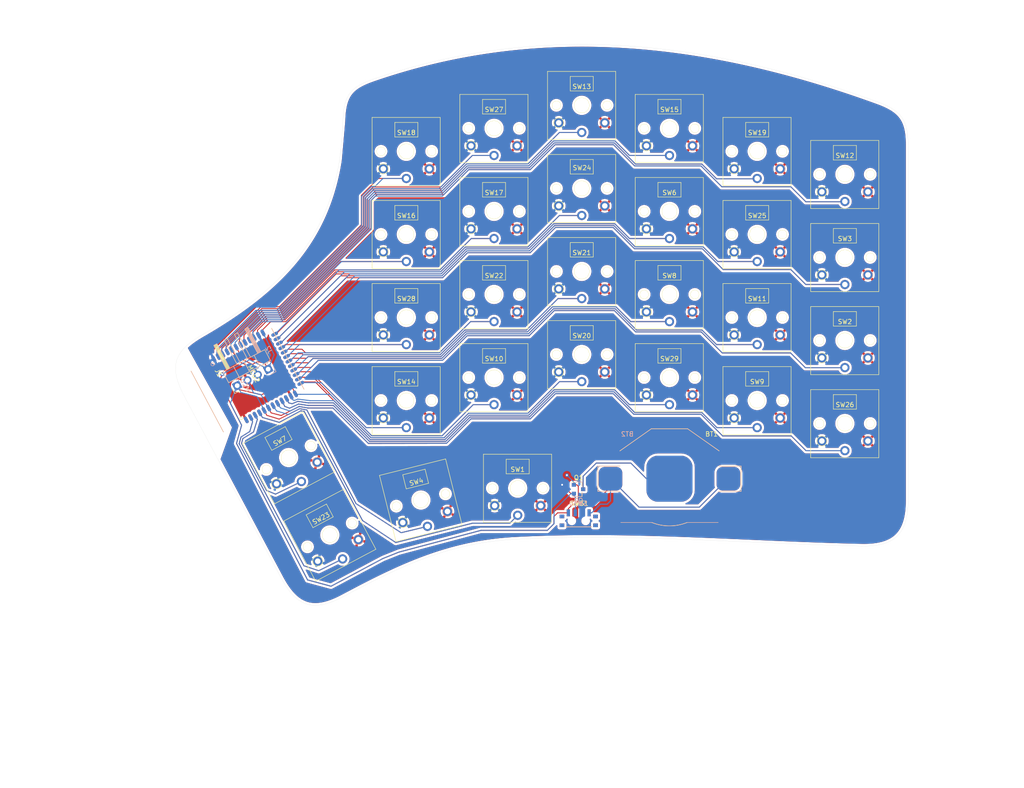
<source format=kicad_pcb>
(kicad_pcb (version 20171130) (host pcbnew "(5.1.5)-3")
  (layers (0 F.Cu signal) (31 B.Cu signal) (34 B.Paste user) (35 F.Paste user) (36 B.SilkS user) (37 F.SilkS user) (38 B.Mask user) (39 F.Mask user) (44 Edge.Cuts user))
  (net 0 "")
  (net 1 "Net-(BT1-Pad2)")
  (net 2 "Net-(BT1-Pad1)")
  (net 3 "Net-(BT2-Pad1)")
  (net 4 "Net-(BT2-Pad2)")
  (net 5 VCC1)
  (net 6 GND1)
  (net 7 /SWDIO1)
  (net 8 /SWCLK1)
  (net 9 /SWCLK2)
  (net 10 /SWDIO2)
  (net 11 GND2)
  (net 12 VCC2)
  (net 13 /S1)
  (net 14 /S6)
  (net 15 /S11)
  (net 16 /S16)
  (net 17 /S21)
  (net 18 /S26)
  (net 19 /S2)
  (net 20 /S7)
  (net 21 /S12)
  (net 22 /S17)
  (net 23 /S22)
  (net 24 /S30)
  (net 25 /S3)
  (net 26 /S8)
  (net 27 /S13)
  (net 28 /S18)
  (net 29 /S23)
  (net 30 /S28)
  (net 31 /S4)
  (net 32 /S9)
  (net 33 /S14)
  (net 34 /S19)
  (net 35 /S24)
  (net 36 /S29)
  (net 37 /S5)
  (net 38 /S15)
  (net 39 /S20)
  (net 40 /S25)
  (net 41 "Net-(MCU1-Pad35)")
  (net 42 "Net-(MCU1-Pad36)")
  (net 43 "Net-(MCU2-Pad36)")
  (net 44 "Net-(MCU2-Pad35)")
  (net 45 /S10)
  (module User_Keyboard:YJ14015 (layer B.Cu) (at 90.329276 110.865709 298)
    (fp_text reference MCU1 (at 0.253999 0.9144 118) (layer B.SilkS) (effects (justify mirror)))
    (fp_text value Core51822)
    (pad 10 smd oval (at 6.05 -9.9 208) (size 1.54 0.7) (layers B.Cu B.Paste B.Mask) (net 18 /S26))
    (pad 9 smd oval (at 4.95 -9.9 208) (size 1.54 0.7) (layers B.Cu B.Paste B.Mask) (net 27 /S13))
    (pad 8 smd oval (at 3.85 -9.9 208) (size 1.54 0.7) (layers B.Cu B.Paste B.Mask) (net 32 /S9))
    (pad 20 smd oval (at 7.5 4.3 298) (size 1.54 0.7) (layers B.Cu B.Paste B.Mask) (net 45 /S10))
    (pad 19 smd oval (at 7.5 3.2 298) (size 1.54 0.7) (layers B.Cu B.Paste B.Mask) (net 14 /S6))
    (pad 18 smd oval (at 7.5 2.1 298) (size 1.54 0.7) (layers B.Cu B.Paste B.Mask) (net 15 /S11))
    (pad 17 smd oval (at 7.5 1 298) (size 1.54 0.7) (layers B.Cu B.Paste B.Mask) (net 24 /S30))
    (pad 31 smd oval (at 7.5 -0.1 298) (size 1.54 0.7) (layers B.Cu B.Paste B.Mask) (net 8 /SWCLK1))
    (pad 32 smd oval (at 7.5 -1.2 298) (size 1.54 0.7) (layers B.Cu B.Paste B.Mask) (net 7 /SWDIO1))
    (pad 16 smd oval (at 7.5 -2.3 298) (size 1.54 0.7) (layers B.Cu B.Paste B.Mask) (net 21 /S12))
    (pad 15 smd oval (at 7.5 -3.4 298) (size 1.54 0.7) (layers B.Cu B.Paste B.Mask) (net 23 /S22))
    (pad 14 smd oval (at 7.5 -4.5 298) (size 1.54 0.7) (layers B.Cu B.Paste B.Mask) (net 37 /S5))
    (pad 13 smd oval (at 7.5 -5.6 298) (size 1.54 0.7) (layers B.Cu B.Paste B.Mask) (net 31 /S4))
    (pad 12 smd oval (at 7.5 -6.7 298) (size 1.54 0.7) (layers B.Cu B.Paste B.Mask) (net 40 /S25))
    (pad 11 smd oval (at 7.5 -7.8 298) (size 1.54 0.7) (layers B.Cu B.Paste B.Mask) (net 20 /S7))
    (pad 7 smd oval (at 2.75 -9.9 208) (size 1.54 0.7) (layers B.Cu B.Paste B.Mask) (net 33 /S14))
    (pad 6 smd oval (at 1.65 -9.9 208) (size 1.54 0.7) (layers B.Cu B.Paste B.Mask) (net 36 /S29))
    (pad 5 smd oval (at 0.55 -9.9 208) (size 1.54 0.7) (layers B.Cu B.Paste B.Mask) (net 25 /S3))
    (pad 4 smd oval (at -0.55 -9.9 208) (size 1.54 0.7) (layers B.Cu B.Paste B.Mask) (net 22 /S17))
    (pad 3 smd oval (at -1.65 -9.9 208) (size 1.54 0.7) (layers B.Cu B.Paste B.Mask) (net 34 /S19))
    (pad 2 smd oval (at -2.75 -9.9 208) (size 1.54 0.7) (layers B.Cu B.Paste B.Mask) (net 29 /S23))
    (pad 1 smd oval (at -3.85 -9.9 208) (size 1.54 0.7) (layers B.Cu B.Paste B.Mask) (net 38 /S15))
    (pad 0 smd oval (at -4.95 -9.9 208) (size 1.54 0.7) (layers B.Cu B.Paste B.Mask) (net 26 /S8))
    (pad 30 smd oval (at -6.05 -9.9 208) (size 1.54 0.7) (layers B.Cu B.Paste B.Mask) (net 39 /S20))
    (pad 34 smd oval (at -7.5 -7.8 298) (size 1.54 0.7) (layers B.Cu B.Paste B.Mask) (net 5 VCC1))
    (pad 37 smd oval (at -7.5 -6.7 298) (size 1.54 0.7) (layers B.Cu B.Paste B.Mask) (net 6 GND1))
    (pad 29 smd oval (at -7.5 -5.6 298) (size 1.54 0.7) (layers B.Cu B.Paste B.Mask) (net 28 /S18))
    (pad 28 smd oval (at -7.5 -4.5 298) (size 1.54 0.7) (layers B.Cu B.Paste B.Mask) (net 30 /S28))
    (pad 36 smd oval (at -7.5 -3.4 298) (size 1.54 0.7) (layers B.Cu B.Paste B.Mask) (net 42 "Net-(MCU1-Pad36)"))
    (pad 35 smd oval (at -7.5 -2.3 298) (size 1.54 0.7) (layers B.Cu B.Paste B.Mask) (net 41 "Net-(MCU1-Pad35)"))
    (pad 25 smd oval (at -7.5 -1.2 298) (size 1.54 0.7) (layers B.Cu B.Paste B.Mask) (net 19 /S2))
    (pad 24 smd oval (at -7.5 -0.1 298) (size 1.54 0.7) (layers B.Cu B.Paste B.Mask) (net 13 /S1))
    (pad 23 smd oval (at -7.5 1 298) (size 1.54 0.7) (layers B.Cu B.Paste B.Mask) (net 16 /S16))
    (pad 22 smd oval (at -7.5 2.1 298) (size 1.54 0.7) (layers B.Cu B.Paste B.Mask) (net 35 /S24))
    (pad 21 smd oval (at -7.5 3.2 298) (size 1.54 0.7) (layers B.Cu B.Paste B.Mask) (net 17 /S21))
    (pad 33 smd oval (at -7.5 4.3 298) (size 1.54 0.7) (layers B.Cu B.Paste B.Mask) (net 6 GND1))
  )
  (module User_Keyboard:YJ14015 (layer F.Cu) (at 90.329276 110.865709 118)
    (fp_text reference MCU2 (at 0.609599 1.8288 118) (layer F.SilkS))
    (fp_text value Core51822)
    (pad 10 smd oval (at 6.05 9.9 208) (size 1.54 0.7) (layers F.Cu F.Paste F.Mask) (net 29 /S23))
    (pad 9 smd oval (at 4.95 9.9 208) (size 1.54 0.7) (layers F.Cu F.Paste F.Mask) (net 34 /S19))
    (pad 8 smd oval (at 3.85 9.9 208) (size 1.54 0.7) (layers F.Cu F.Paste F.Mask) (net 22 /S17))
    (pad 20 smd oval (at 7.5 -4.3 118) (size 1.54 0.7) (layers F.Cu F.Paste F.Mask) (net 17 /S21))
    (pad 19 smd oval (at 7.5 -3.2 118) (size 1.54 0.7) (layers F.Cu F.Paste F.Mask) (net 17 /S21))
    (pad 18 smd oval (at 7.5 -2.1 118) (size 1.54 0.7) (layers F.Cu F.Paste F.Mask) (net 35 /S24))
    (pad 17 smd oval (at 7.5 -1 118) (size 1.54 0.7) (layers F.Cu F.Paste F.Mask) (net 16 /S16))
    (pad 31 smd oval (at 7.5 0.1 118) (size 1.54 0.7) (layers F.Cu F.Paste F.Mask) (net 9 /SWCLK2))
    (pad 32 smd oval (at 7.5 1.2 118) (size 1.54 0.7) (layers F.Cu F.Paste F.Mask) (net 10 /SWDIO2))
    (pad 16 smd oval (at 7.5 2.3 118) (size 1.54 0.7) (layers F.Cu F.Paste F.Mask) (net 13 /S1))
    (pad 15 smd oval (at 7.5 3.4 118) (size 1.54 0.7) (layers F.Cu F.Paste F.Mask) (net 19 /S2))
    (pad 14 smd oval (at 7.5 4.5 118) (size 1.54 0.7) (layers F.Cu F.Paste F.Mask) (net 30 /S28))
    (pad 13 smd oval (at 7.5 5.6 118) (size 1.54 0.7) (layers F.Cu F.Paste F.Mask) (net 28 /S18))
    (pad 12 smd oval (at 7.5 6.7 118) (size 1.54 0.7) (layers F.Cu F.Paste F.Mask) (net 39 /S20))
    (pad 11 smd oval (at 7.5 7.8 118) (size 1.54 0.7) (layers F.Cu F.Paste F.Mask) (net 26 /S8))
    (pad 7 smd oval (at 2.75 9.9 208) (size 1.54 0.7) (layers F.Cu F.Paste F.Mask) (net 25 /S3))
    (pad 6 smd oval (at 1.65 9.9 208) (size 1.54 0.7) (layers F.Cu F.Paste F.Mask) (net 36 /S29))
    (pad 5 smd oval (at 0.55 9.9 208) (size 1.54 0.7) (layers F.Cu F.Paste F.Mask) (net 33 /S14))
    (pad 4 smd oval (at -0.55 9.9 208) (size 1.54 0.7) (layers F.Cu F.Paste F.Mask) (net 32 /S9))
    (pad 3 smd oval (at -1.65 9.9 208) (size 1.54 0.7) (layers F.Cu F.Paste F.Mask) (net 27 /S13))
    (pad 2 smd oval (at -2.75 9.9 208) (size 1.54 0.7) (layers F.Cu F.Paste F.Mask) (net 18 /S26))
    (pad 1 smd oval (at -3.85 9.9 208) (size 1.54 0.7) (layers F.Cu F.Paste F.Mask) (net 20 /S7))
    (pad 0 smd oval (at -4.95 9.9 208) (size 1.54 0.7) (layers F.Cu F.Paste F.Mask) (net 40 /S25))
    (pad 30 smd oval (at -6.05 9.9 208) (size 1.54 0.7) (layers F.Cu F.Paste F.Mask) (net 31 /S4))
    (pad 34 smd oval (at -7.5 7.8 118) (size 1.54 0.7) (layers F.Cu F.Paste F.Mask) (net 12 VCC2))
    (pad 37 smd oval (at -7.5 6.7 118) (size 1.54 0.7) (layers F.Cu F.Paste F.Mask) (net 11 GND2))
    (pad 29 smd oval (at -7.5 5.6 118) (size 1.54 0.7) (layers F.Cu F.Paste F.Mask) (net 37 /S5))
    (pad 28 smd oval (at -7.5 4.5 118) (size 1.54 0.7) (layers F.Cu F.Paste F.Mask) (net 23 /S22))
    (pad 36 smd oval (at -7.5 3.4 118) (size 1.54 0.7) (layers F.Cu F.Paste F.Mask) (net 43 "Net-(MCU2-Pad36)"))
    (pad 35 smd oval (at -7.5 2.3 118) (size 1.54 0.7) (layers F.Cu F.Paste F.Mask) (net 44 "Net-(MCU2-Pad35)"))
    (pad 25 smd oval (at -7.5 1.2 118) (size 1.54 0.7) (layers F.Cu F.Paste F.Mask) (net 21 /S12))
    (pad 24 smd oval (at -7.5 0.1 118) (size 1.54 0.7) (layers F.Cu F.Paste F.Mask) (net 24 /S30))
    (pad 23 smd oval (at -7.5 -1 118) (size 1.54 0.7) (layers F.Cu F.Paste F.Mask) (net 24 /S30))
    (pad 22 smd oval (at -7.5 -2.1 118) (size 1.54 0.7) (layers F.Cu F.Paste F.Mask) (net 14 /S6))
    (pad 21 smd oval (at -7.5 -3.2 118) (size 1.54 0.7) (layers F.Cu F.Paste F.Mask) (net 45 /S10))
    (pad 33 smd oval (at -7.5 -4.3 118) (size 1.54 0.7) (layers F.Cu F.Paste F.Mask) (net 11 GND2))
  )
  (module Package_TO_SOT_SMD:SOT-23 (layer F.Cu) (at 162.2298 134.5692)
    (fp_text reference Q1 (at 0 -2.5) (layer F.SilkS))
    (fp_text value DMG3414U)
    (pad 3 smd rect (at 1 0) (size 0.9 0.8) (layers F.Cu F.Paste F.Mask) (net 1 "Net-(BT1-Pad2)"))
    (pad 2 smd rect (at -1 0.95) (size 0.9 0.8) (layers F.Cu F.Paste F.Mask) (net 6 GND1))
    (pad 1 smd rect (at -1 -0.95) (size 0.9 0.8) (layers F.Cu F.Paste F.Mask) (net 5 VCC1))
  )
  (module User_Keyboard:Battery_mod (layer B.Cu) (at 181.977898 132.284158)
    (fp_text reference BT2 (at -9.15 -9.7) (layer B.SilkS) (effects (justify mirror)))
    (fp_text value Battery_Cell)
    (pad 2 smd roundrect (at 0 0) (size 10 10) (layers B.Cu B.Mask) (net 4 "Net-(BT2-Pad2)"))
    (pad 1 smd roundrect (at -12.8 0) (size 5.1 5.1) (layers B.Cu B.Paste B.Mask) (net 3 "Net-(BT2-Pad1)"))
    (pad 1 smd roundrect (at 12.8 0) (size 5.1 5.1) (layers B.Cu B.Paste B.Mask) (net 3 "Net-(BT2-Pad1)"))
  )
  (module User_Keyboard:Kailh_low_profile (layer F.Cu) (at 201.027898 97.234158)
    (fp_text reference SW11 (at 0 -4.064) (layer F.SilkS))
    (fp_text value SW_Push_Dual)
    (pad "" np_thru_hole circle (at 5.5 0) (size 1.8 1.8) (drill 1.8) (layers *.Cu *.Mask))
    (pad "" np_thru_hole circle (at -5.5 0) (size 1.8 1.8) (drill 1.8) (layers *.Cu *.Mask))
    (pad "" np_thru_hole circle (at 0 0) (size 3.2 3.2) (drill 3.2) (layers *.Cu *.Mask))
    (pad 3 thru_hole circle (at -5 3.8 180) (size 2 2) (drill 1.2) (layers *.Cu *.Mask) (net 6 GND1))
    (pad 2 thru_hole circle (at 0 5.9 180) (size 2 2) (drill 1.2) (layers *.Cu *.Mask) (net 32 /S9))
    (pad 1 thru_hole circle (at 5 3.8 180) (size 2 2) (drill 1.2) (layers *.Cu *.Mask) (net 11 GND2))
  )
  (module User_Keyboard:Kailh_low_profile (layer F.Cu) (at 201.027898 79.184158)
    (fp_text reference SW25 (at 0 -4.064) (layer F.SilkS))
    (fp_text value SW_Push_Dual)
    (pad "" np_thru_hole circle (at 5.5 0) (size 1.8 1.8) (drill 1.8) (layers *.Cu *.Mask))
    (pad "" np_thru_hole circle (at -5.5 0) (size 1.8 1.8) (drill 1.8) (layers *.Cu *.Mask))
    (pad "" np_thru_hole circle (at 0 0) (size 3.2 3.2) (drill 3.2) (layers *.Cu *.Mask))
    (pad 3 thru_hole circle (at -5 3.8 180) (size 2 2) (drill 1.2) (layers *.Cu *.Mask) (net 6 GND1))
    (pad 2 thru_hole circle (at 0 5.9 180) (size 2 2) (drill 1.2) (layers *.Cu *.Mask) (net 29 /S23))
    (pad 1 thru_hole circle (at 5 3.8 180) (size 2 2) (drill 1.2) (layers *.Cu *.Mask) (net 11 GND2))
  )
  (module User_Keyboard:Kailh_low_profile (layer F.Cu) (at 181.977898 110.284158)
    (fp_text reference SW29 (at 0 -4.064) (layer F.SilkS))
    (fp_text value SW_Push_Dual)
    (pad "" np_thru_hole circle (at 5.5 0) (size 1.8 1.8) (drill 1.8) (layers *.Cu *.Mask))
    (pad "" np_thru_hole circle (at -5.5 0) (size 1.8 1.8) (drill 1.8) (layers *.Cu *.Mask))
    (pad "" np_thru_hole circle (at 0 0) (size 3.2 3.2) (drill 3.2) (layers *.Cu *.Mask))
    (pad 3 thru_hole circle (at -5 3.8 180) (size 2 2) (drill 1.2) (layers *.Cu *.Mask) (net 6 GND1))
    (pad 2 thru_hole circle (at 0 5.9 180) (size 2 2) (drill 1.2) (layers *.Cu *.Mask) (net 31 /S4))
    (pad 1 thru_hole circle (at 5 3.8 180) (size 2 2) (drill 1.2) (layers *.Cu *.Mask) (net 11 GND2))
  )
  (module User_Keyboard:Kailh_low_profile (layer F.Cu) (at 124.827898 115.284158)
    (fp_text reference SW14 (at 0 -4.064) (layer F.SilkS))
    (fp_text value SW_Push_Dual)
    (pad "" np_thru_hole circle (at 5.5 0) (size 1.8 1.8) (drill 1.8) (layers *.Cu *.Mask))
    (pad "" np_thru_hole circle (at -5.5 0) (size 1.8 1.8) (drill 1.8) (layers *.Cu *.Mask))
    (pad "" np_thru_hole circle (at 0 0) (size 3.2 3.2) (drill 3.2) (layers *.Cu *.Mask))
    (pad 3 thru_hole circle (at -5 3.8 180) (size 2 2) (drill 1.2) (layers *.Cu *.Mask) (net 6 GND1))
    (pad 2 thru_hole circle (at 0 5.9 180) (size 2 2) (drill 1.2) (layers *.Cu *.Mask) (net 18 /S26))
    (pad 1 thru_hole circle (at 5 3.8 180) (size 2 2) (drill 1.2) (layers *.Cu *.Mask) (net 11 GND2))
  )
  (module User_Keyboard:Kailh_low_profile (layer F.Cu) (at 99.272709 127.68586 28)
    (fp_text reference SW7 (at 0 -4.064 28) (layer F.SilkS))
    (fp_text value SW_Push_Dual)
    (pad "" np_thru_hole circle (at 5.5 0 28) (size 1.8 1.8) (drill 1.8) (layers *.Cu *.Mask))
    (pad "" np_thru_hole circle (at -5.5 0 28) (size 1.8 1.8) (drill 1.8) (layers *.Cu *.Mask))
    (pad "" np_thru_hole circle (at 0 0 28) (size 3.2 3.2) (drill 3.2) (layers *.Cu *.Mask))
    (pad 3 thru_hole circle (at -5 3.8 208) (size 2 2) (drill 1.2) (layers *.Cu *.Mask) (net 6 GND1))
    (pad 2 thru_hole circle (at 0 5.9 208) (size 2 2) (drill 1.2) (layers *.Cu *.Mask) (net 15 /S11))
    (pad 1 thru_hole circle (at 5 3.8 208) (size 2 2) (drill 1.2) (layers *.Cu *.Mask) (net 11 GND2))
  )
  (module User_Keyboard:Kailh_low_profile (layer F.Cu) (at 149.013221 134.334158)
    (fp_text reference SW1 (at 0 -4.064) (layer F.SilkS))
    (fp_text value SW_Push_Dual)
    (pad "" np_thru_hole circle (at 5.5 0) (size 1.8 1.8) (drill 1.8) (layers *.Cu *.Mask))
    (pad "" np_thru_hole circle (at -5.5 0) (size 1.8 1.8) (drill 1.8) (layers *.Cu *.Mask))
    (pad "" np_thru_hole circle (at 0 0) (size 3.2 3.2) (drill 3.2) (layers *.Cu *.Mask))
    (pad 3 thru_hole circle (at -5 3.8 180) (size 2 2) (drill 1.2) (layers *.Cu *.Mask) (net 6 GND1))
    (pad 2 thru_hole circle (at 0 5.9 180) (size 2 2) (drill 1.2) (layers *.Cu *.Mask) (net 24 /S30))
    (pad 1 thru_hole circle (at 5 3.8 180) (size 2 2) (drill 1.2) (layers *.Cu *.Mask) (net 11 GND2))
  )
  (module User_Keyboard:Kailh_low_profile (layer F.Cu) (at 124.827898 97.234158)
    (fp_text reference SW28 (at 0 -4.064) (layer F.SilkS))
    (fp_text value SW_Push_Dual)
    (pad "" np_thru_hole circle (at 5.5 0) (size 1.8 1.8) (drill 1.8) (layers *.Cu *.Mask))
    (pad "" np_thru_hole circle (at -5.5 0) (size 1.8 1.8) (drill 1.8) (layers *.Cu *.Mask))
    (pad "" np_thru_hole circle (at 0 0) (size 3.2 3.2) (drill 3.2) (layers *.Cu *.Mask))
    (pad 3 thru_hole circle (at -5 3.8 180) (size 2 2) (drill 1.2) (layers *.Cu *.Mask) (net 6 GND1))
    (pad 2 thru_hole circle (at 0 5.9 180) (size 2 2) (drill 1.2) (layers *.Cu *.Mask) (net 22 /S17))
    (pad 1 thru_hole circle (at 5 3.8 180) (size 2 2) (drill 1.2) (layers *.Cu *.Mask) (net 11 GND2))
  )
  (module User_Keyboard:Kailh_low_profile (layer F.Cu) (at 162.927898 105.284158)
    (fp_text reference SW20 (at 0 -4.064) (layer F.SilkS))
    (fp_text value SW_Push_Dual)
    (pad "" np_thru_hole circle (at 5.5 0) (size 1.8 1.8) (drill 1.8) (layers *.Cu *.Mask))
    (pad "" np_thru_hole circle (at -5.5 0) (size 1.8 1.8) (drill 1.8) (layers *.Cu *.Mask))
    (pad "" np_thru_hole circle (at 0 0) (size 3.2 3.2) (drill 3.2) (layers *.Cu *.Mask))
    (pad 3 thru_hole circle (at -5 3.8 180) (size 2 2) (drill 1.2) (layers *.Cu *.Mask) (net 6 GND1))
    (pad 2 thru_hole circle (at 0 5.9 180) (size 2 2) (drill 1.2) (layers *.Cu *.Mask) (net 40 /S25))
    (pad 1 thru_hole circle (at 5 3.8 180) (size 2 2) (drill 1.2) (layers *.Cu *.Mask) (net 11 GND2))
  )
  (module User_Keyboard:Kailh_low_profile (layer F.Cu) (at 201.027898 115.284158)
    (fp_text reference SW9 (at 0 -4.064) (layer F.SilkS))
    (fp_text value SW_Push_Dual)
    (pad "" np_thru_hole circle (at 5.5 0) (size 1.8 1.8) (drill 1.8) (layers *.Cu *.Mask))
    (pad "" np_thru_hole circle (at -5.5 0) (size 1.8 1.8) (drill 1.8) (layers *.Cu *.Mask))
    (pad "" np_thru_hole circle (at 0 0) (size 3.2 3.2) (drill 3.2) (layers *.Cu *.Mask))
    (pad 3 thru_hole circle (at -5 3.8 180) (size 2 2) (drill 1.2) (layers *.Cu *.Mask) (net 6 GND1))
    (pad 2 thru_hole circle (at 0 5.9 180) (size 2 2) (drill 1.2) (layers *.Cu *.Mask) (net 37 /S5))
    (pad 1 thru_hole circle (at 5 3.8 180) (size 2 2) (drill 1.2) (layers *.Cu *.Mask) (net 11 GND2))
  )
  (module User_Keyboard:Kailh_low_profile (layer F.Cu) (at 220.077898 102.234158)
    (fp_text reference SW2 (at 0 -4.064) (layer F.SilkS))
    (fp_text value SW_Push_Dual)
    (pad "" np_thru_hole circle (at 5.5 0) (size 1.8 1.8) (drill 1.8) (layers *.Cu *.Mask))
    (pad "" np_thru_hole circle (at -5.5 0) (size 1.8 1.8) (drill 1.8) (layers *.Cu *.Mask))
    (pad "" np_thru_hole circle (at 0 0) (size 3.2 3.2) (drill 3.2) (layers *.Cu *.Mask))
    (pad 3 thru_hole circle (at -5 3.8 180) (size 2 2) (drill 1.2) (layers *.Cu *.Mask) (net 6 GND1))
    (pad 2 thru_hole circle (at 0 5.9 180) (size 2 2) (drill 1.2) (layers *.Cu *.Mask) (net 27 /S13))
    (pad 1 thru_hole circle (at 5 3.8 180) (size 2 2) (drill 1.2) (layers *.Cu *.Mask) (net 11 GND2))
  )
  (module User_Keyboard:Kailh_low_profile (layer F.Cu) (at 220.077898 84.184158)
    (fp_text reference SW3 (at 0 -4.064) (layer F.SilkS))
    (fp_text value SW_Push_Dual)
    (pad "" np_thru_hole circle (at 5.5 0) (size 1.8 1.8) (drill 1.8) (layers *.Cu *.Mask))
    (pad "" np_thru_hole circle (at -5.5 0) (size 1.8 1.8) (drill 1.8) (layers *.Cu *.Mask))
    (pad "" np_thru_hole circle (at 0 0) (size 3.2 3.2) (drill 3.2) (layers *.Cu *.Mask))
    (pad 3 thru_hole circle (at -5 3.8 180) (size 2 2) (drill 1.2) (layers *.Cu *.Mask) (net 6 GND1))
    (pad 2 thru_hole circle (at 0 5.9 180) (size 2 2) (drill 1.2) (layers *.Cu *.Mask) (net 34 /S19))
    (pad 1 thru_hole circle (at 5 3.8 180) (size 2 2) (drill 1.2) (layers *.Cu *.Mask) (net 11 GND2))
  )
  (module User_Keyboard:Kailh_low_profile (layer F.Cu) (at 220.077898 120.284158)
    (fp_text reference SW26 (at 0 -4.064) (layer F.SilkS))
    (fp_text value SW_Push_Dual)
    (pad "" np_thru_hole circle (at 5.5 0) (size 1.8 1.8) (drill 1.8) (layers *.Cu *.Mask))
    (pad "" np_thru_hole circle (at -5.5 0) (size 1.8 1.8) (drill 1.8) (layers *.Cu *.Mask))
    (pad "" np_thru_hole circle (at 0 0) (size 3.2 3.2) (drill 3.2) (layers *.Cu *.Mask))
    (pad 3 thru_hole circle (at -5 3.8 180) (size 2 2) (drill 1.2) (layers *.Cu *.Mask) (net 6 GND1))
    (pad 2 thru_hole circle (at 0 5.9 180) (size 2 2) (drill 1.2) (layers *.Cu *.Mask) (net 23 /S22))
    (pad 1 thru_hole circle (at 5 3.8 180) (size 2 2) (drill 1.2) (layers *.Cu *.Mask) (net 11 GND2))
  )
  (module User_Keyboard:Kailh_low_profile (layer F.Cu) (at 220.077898 66.134158)
    (fp_text reference SW12 (at 0 -4.064) (layer F.SilkS))
    (fp_text value SW_Push_Dual)
    (pad "" np_thru_hole circle (at 5.5 0) (size 1.8 1.8) (drill 1.8) (layers *.Cu *.Mask))
    (pad "" np_thru_hole circle (at -5.5 0) (size 1.8 1.8) (drill 1.8) (layers *.Cu *.Mask))
    (pad "" np_thru_hole circle (at 0 0) (size 3.2 3.2) (drill 3.2) (layers *.Cu *.Mask))
    (pad 3 thru_hole circle (at -5 3.8 180) (size 2 2) (drill 1.2) (layers *.Cu *.Mask) (net 6 GND1))
    (pad 2 thru_hole circle (at 0 5.9 180) (size 2 2) (drill 1.2) (layers *.Cu *.Mask) (net 30 /S28))
    (pad 1 thru_hole circle (at 5 3.8 180) (size 2 2) (drill 1.2) (layers *.Cu *.Mask) (net 11 GND2))
  )
  (module Connector_PinHeader_2.54mm:PinHeader_1x04_P2.54mm_Horizontal (layer F.Cu) (at 88.086589 112.058167 118)
    (fp_text reference J1 (at 4.385 -2.27 118) (layer F.SilkS))
    (fp_text value Conn_01x04)
    (pad 4 thru_hole oval (at 0 7.62 118) (size 1.7 1.7) (drill 1) (layers *.Cu *.Mask) (net 5 VCC1))
    (pad 3 thru_hole oval (at 0 5.08 118) (size 1.7 1.7) (drill 1) (layers *.Cu *.Mask) (net 6 GND1))
    (pad 2 thru_hole oval (at 0 2.54 118) (size 1.7 1.7) (drill 1) (layers *.Cu *.Mask) (net 7 /SWDIO1))
    (pad 1 thru_hole rect (at 0 0 118) (size 1.7 1.7) (drill 1) (layers *.Cu *.Mask) (net 8 /SWCLK1))
  )
  (module Connector_PinHeader_2.54mm:PinHeader_1x04_P2.54mm_Horizontal (layer B.Cu) (at 94.81465 108.480793 118)
    (fp_text reference J2 (at 3.643356 2.093544 118) (layer B.SilkS) (effects (justify mirror)))
    (fp_text value Conn_01x04)
    (pad 4 thru_hole oval (at 0 -7.62 118) (size 1.7 1.7) (drill 1) (layers *.Cu *.Mask) (net 12 VCC2))
    (pad 3 thru_hole oval (at 0 -5.08 118) (size 1.7 1.7) (drill 1) (layers *.Cu *.Mask) (net 11 GND2))
    (pad 2 thru_hole oval (at 0 -2.54 118) (size 1.7 1.7) (drill 1) (layers *.Cu *.Mask) (net 9 /SWCLK2))
    (pad 1 thru_hole rect (at 0 0 118) (size 1.7 1.7) (drill 1) (layers *.Cu *.Mask) (net 10 /SWDIO2))
  )
  (module Package_TO_SOT_SMD:SOT-23 (layer B.Cu) (at 162.2298 134.5692)
    (fp_text reference Q2 (at 0 2.5) (layer B.SilkS) (effects (justify mirror)))
    (fp_text value DMG3414U)
    (pad 3 smd rect (at 1 0) (size 0.9 0.8) (layers B.Cu B.Paste B.Mask) (net 4 "Net-(BT2-Pad2)"))
    (pad 2 smd rect (at -1 -0.95) (size 0.9 0.8) (layers B.Cu B.Paste B.Mask) (net 11 GND2))
    (pad 1 smd rect (at -1 0.95) (size 0.9 0.8) (layers B.Cu B.Paste B.Mask) (net 12 VCC2))
  )
  (module User_Keyboard:Kailh_low_profile (layer F.Cu) (at 127.990208 136.915459 14)
    (fp_text reference SW4 (at 0 -4.064 14) (layer F.SilkS))
    (fp_text value SW_Push_Dual)
    (pad "" np_thru_hole circle (at 5.5 0 14) (size 1.8 1.8) (drill 1.8) (layers *.Cu *.Mask))
    (pad "" np_thru_hole circle (at -5.5 0 14) (size 1.8 1.8) (drill 1.8) (layers *.Cu *.Mask))
    (pad "" np_thru_hole circle (at 0 0 14) (size 3.2 3.2) (drill 3.2) (layers *.Cu *.Mask))
    (pad 3 thru_hole circle (at -5 3.8 194) (size 2 2) (drill 1.2) (layers *.Cu *.Mask) (net 6 GND1))
    (pad 2 thru_hole circle (at 0 5.9 194) (size 2 2) (drill 1.2) (layers *.Cu *.Mask) (net 21 /S12))
    (pad 1 thru_hole circle (at 5 3.8 194) (size 2 2) (drill 1.2) (layers *.Cu *.Mask) (net 11 GND2))
  )
  (module User_Keyboard:Kailh_low_profile (layer F.Cu) (at 181.977898 74.184158)
    (fp_text reference SW6 (at 0 -4.064) (layer F.SilkS))
    (fp_text value SW_Push_Dual)
    (pad "" np_thru_hole circle (at 5.5 0) (size 1.8 1.8) (drill 1.8) (layers *.Cu *.Mask))
    (pad "" np_thru_hole circle (at -5.5 0) (size 1.8 1.8) (drill 1.8) (layers *.Cu *.Mask))
    (pad "" np_thru_hole circle (at 0 0) (size 3.2 3.2) (drill 3.2) (layers *.Cu *.Mask))
    (pad 3 thru_hole circle (at -5 3.8 180) (size 2 2) (drill 1.2) (layers *.Cu *.Mask) (net 6 GND1))
    (pad 2 thru_hole circle (at 0 5.9 180) (size 2 2) (drill 1.2) (layers *.Cu *.Mask) (net 38 /S15))
    (pad 1 thru_hole circle (at 5 3.8 180) (size 2 2) (drill 1.2) (layers *.Cu *.Mask) (net 11 GND2))
  )
  (module User_Keyboard:Kailh_low_profile (layer F.Cu) (at 181.977898 92.234158)
    (fp_text reference SW8 (at 0 -4.064) (layer F.SilkS))
    (fp_text value SW_Push_Dual)
    (pad "" np_thru_hole circle (at 5.5 0) (size 1.8 1.8) (drill 1.8) (layers *.Cu *.Mask))
    (pad "" np_thru_hole circle (at -5.5 0) (size 1.8 1.8) (drill 1.8) (layers *.Cu *.Mask))
    (pad "" np_thru_hole circle (at 0 0) (size 3.2 3.2) (drill 3.2) (layers *.Cu *.Mask))
    (pad 3 thru_hole circle (at -5 3.8 180) (size 2 2) (drill 1.2) (layers *.Cu *.Mask) (net 6 GND1))
    (pad 2 thru_hole circle (at 0 5.9 180) (size 2 2) (drill 1.2) (layers *.Cu *.Mask) (net 33 /S14))
    (pad 1 thru_hole circle (at 5 3.8 180) (size 2 2) (drill 1.2) (layers *.Cu *.Mask) (net 11 GND2))
  )
  (module User_Keyboard:Kailh_low_profile (layer F.Cu) (at 143.877898 110.284158)
    (fp_text reference SW10 (at 0 -4.064) (layer F.SilkS))
    (fp_text value SW_Push_Dual)
    (pad "" np_thru_hole circle (at 5.5 0) (size 1.8 1.8) (drill 1.8) (layers *.Cu *.Mask))
    (pad "" np_thru_hole circle (at -5.5 0) (size 1.8 1.8) (drill 1.8) (layers *.Cu *.Mask))
    (pad "" np_thru_hole circle (at 0 0) (size 3.2 3.2) (drill 3.2) (layers *.Cu *.Mask))
    (pad 3 thru_hole circle (at -5 3.8 180) (size 2 2) (drill 1.2) (layers *.Cu *.Mask) (net 6 GND1))
    (pad 2 thru_hole circle (at 0 5.9 180) (size 2 2) (drill 1.2) (layers *.Cu *.Mask) (net 20 /S7))
    (pad 1 thru_hole circle (at 5 3.8 180) (size 2 2) (drill 1.2) (layers *.Cu *.Mask) (net 11 GND2))
  )
  (module User_Keyboard:Kailh_low_profile (layer F.Cu) (at 162.927898 51.134159)
    (fp_text reference SW13 (at 0 -4.064) (layer F.SilkS))
    (fp_text value SW_Push_Dual)
    (pad "" np_thru_hole circle (at 5.5 0) (size 1.8 1.8) (drill 1.8) (layers *.Cu *.Mask))
    (pad "" np_thru_hole circle (at -5.5 0) (size 1.8 1.8) (drill 1.8) (layers *.Cu *.Mask))
    (pad "" np_thru_hole circle (at 0 0) (size 3.2 3.2) (drill 3.2) (layers *.Cu *.Mask))
    (pad 3 thru_hole circle (at -5 3.8 180) (size 2 2) (drill 1.2) (layers *.Cu *.Mask) (net 6 GND1))
    (pad 2 thru_hole circle (at 0 5.9 180) (size 2 2) (drill 1.2) (layers *.Cu *.Mask) (net 16 /S16))
    (pad 1 thru_hole circle (at 5 3.8 180) (size 2 2) (drill 1.2) (layers *.Cu *.Mask) (net 11 GND2))
  )
  (module User_Keyboard:Kailh_low_profile (layer F.Cu) (at 181.977898 56.134159)
    (fp_text reference SW15 (at 0 -4.064) (layer F.SilkS))
    (fp_text value SW_Push_Dual)
    (pad "" np_thru_hole circle (at 5.5 0) (size 1.8 1.8) (drill 1.8) (layers *.Cu *.Mask))
    (pad "" np_thru_hole circle (at -5.5 0) (size 1.8 1.8) (drill 1.8) (layers *.Cu *.Mask))
    (pad "" np_thru_hole circle (at 0 0) (size 3.2 3.2) (drill 3.2) (layers *.Cu *.Mask))
    (pad 3 thru_hole circle (at -5 3.8 180) (size 2 2) (drill 1.2) (layers *.Cu *.Mask) (net 6 GND1))
    (pad 2 thru_hole circle (at 0 5.9 180) (size 2 2) (drill 1.2) (layers *.Cu *.Mask) (net 13 /S1))
    (pad 1 thru_hole circle (at 5 3.8 180) (size 2 2) (drill 1.2) (layers *.Cu *.Mask) (net 11 GND2))
  )
  (module User_Keyboard:Kailh_low_profile (layer F.Cu) (at 124.827898 79.184158)
    (fp_text reference SW16 (at 0 -4.064) (layer F.SilkS))
    (fp_text value SW_Push_Dual)
    (pad "" np_thru_hole circle (at 5.5 0) (size 1.8 1.8) (drill 1.8) (layers *.Cu *.Mask))
    (pad "" np_thru_hole circle (at -5.5 0) (size 1.8 1.8) (drill 1.8) (layers *.Cu *.Mask))
    (pad "" np_thru_hole circle (at 0 0) (size 3.2 3.2) (drill 3.2) (layers *.Cu *.Mask))
    (pad 3 thru_hole circle (at -5 3.8 180) (size 2 2) (drill 1.2) (layers *.Cu *.Mask) (net 6 GND1))
    (pad 2 thru_hole circle (at 0 5.9 180) (size 2 2) (drill 1.2) (layers *.Cu *.Mask) (net 28 /S18))
    (pad 1 thru_hole circle (at 5 3.8 180) (size 2 2) (drill 1.2) (layers *.Cu *.Mask) (net 11 GND2))
  )
  (module User_Keyboard:Kailh_low_profile (layer F.Cu) (at 143.877898 74.184158)
    (fp_text reference SW17 (at 0 -4.064) (layer F.SilkS))
    (fp_text value SW_Push_Dual)
    (pad "" np_thru_hole circle (at 5.5 0) (size 1.8 1.8) (drill 1.8) (layers *.Cu *.Mask))
    (pad "" np_thru_hole circle (at -5.5 0) (size 1.8 1.8) (drill 1.8) (layers *.Cu *.Mask))
    (pad "" np_thru_hole circle (at 0 0) (size 3.2 3.2) (drill 3.2) (layers *.Cu *.Mask))
    (pad 3 thru_hole circle (at -5 3.8 180) (size 2 2) (drill 1.2) (layers *.Cu *.Mask) (net 6 GND1))
    (pad 2 thru_hole circle (at 0 5.9 180) (size 2 2) (drill 1.2) (layers *.Cu *.Mask) (net 39 /S20))
    (pad 1 thru_hole circle (at 5 3.8 180) (size 2 2) (drill 1.2) (layers *.Cu *.Mask) (net 11 GND2))
  )
  (module User_Keyboard:Kailh_low_profile (layer F.Cu) (at 124.827898 61.134159)
    (fp_text reference SW18 (at 0 -4.064) (layer F.SilkS))
    (fp_text value SW_Push_Dual)
    (pad "" np_thru_hole circle (at 5.5 0) (size 1.8 1.8) (drill 1.8) (layers *.Cu *.Mask))
    (pad "" np_thru_hole circle (at -5.5 0) (size 1.8 1.8) (drill 1.8) (layers *.Cu *.Mask))
    (pad "" np_thru_hole circle (at 0 0) (size 3.2 3.2) (drill 3.2) (layers *.Cu *.Mask))
    (pad 3 thru_hole circle (at -5 3.8 180) (size 2 2) (drill 1.2) (layers *.Cu *.Mask) (net 6 GND1))
    (pad 2 thru_hole circle (at 0 5.9 180) (size 2 2) (drill 1.2) (layers *.Cu *.Mask) (net 17 /S21))
    (pad 1 thru_hole circle (at 5 3.8 180) (size 2 2) (drill 1.2) (layers *.Cu *.Mask) (net 11 GND2))
  )
  (module User_Keyboard:Kailh_low_profile (layer F.Cu) (at 201.027898 61.134159)
    (fp_text reference SW19 (at 0 -4.064) (layer F.SilkS))
    (fp_text value SW_Push_Dual)
    (pad "" np_thru_hole circle (at 5.5 0) (size 1.8 1.8) (drill 1.8) (layers *.Cu *.Mask))
    (pad "" np_thru_hole circle (at -5.5 0) (size 1.8 1.8) (drill 1.8) (layers *.Cu *.Mask))
    (pad "" np_thru_hole circle (at 0 0) (size 3.2 3.2) (drill 3.2) (layers *.Cu *.Mask))
    (pad 3 thru_hole circle (at -5 3.8 180) (size 2 2) (drill 1.2) (layers *.Cu *.Mask) (net 6 GND1))
    (pad 2 thru_hole circle (at 0 5.9 180) (size 2 2) (drill 1.2) (layers *.Cu *.Mask) (net 19 /S2))
    (pad 1 thru_hole circle (at 5 3.8 180) (size 2 2) (drill 1.2) (layers *.Cu *.Mask) (net 11 GND2))
  )
  (module User_Keyboard:Kailh_low_profile (layer F.Cu) (at 162.927898 87.234158)
    (fp_text reference SW21 (at 0 -4.064) (layer F.SilkS))
    (fp_text value SW_Push_Dual)
    (pad "" np_thru_hole circle (at 5.5 0) (size 1.8 1.8) (drill 1.8) (layers *.Cu *.Mask))
    (pad "" np_thru_hole circle (at -5.5 0) (size 1.8 1.8) (drill 1.8) (layers *.Cu *.Mask))
    (pad "" np_thru_hole circle (at 0 0) (size 3.2 3.2) (drill 3.2) (layers *.Cu *.Mask))
    (pad 3 thru_hole circle (at -5 3.8 180) (size 2 2) (drill 1.2) (layers *.Cu *.Mask) (net 6 GND1))
    (pad 2 thru_hole circle (at 0 5.9 180) (size 2 2) (drill 1.2) (layers *.Cu *.Mask) (net 36 /S29))
    (pad 1 thru_hole circle (at 5 3.8 180) (size 2 2) (drill 1.2) (layers *.Cu *.Mask) (net 11 GND2))
  )
  (module User_Keyboard:Kailh_low_profile (layer F.Cu) (at 143.877898 92.234158)
    (fp_text reference SW22 (at 0 -4.064) (layer F.SilkS))
    (fp_text value SW_Push_Dual)
    (pad "" np_thru_hole circle (at 5.5 0) (size 1.8 1.8) (drill 1.8) (layers *.Cu *.Mask))
    (pad "" np_thru_hole circle (at -5.5 0) (size 1.8 1.8) (drill 1.8) (layers *.Cu *.Mask))
    (pad "" np_thru_hole circle (at 0 0) (size 3.2 3.2) (drill 3.2) (layers *.Cu *.Mask))
    (pad 3 thru_hole circle (at -5 3.8 180) (size 2 2) (drill 1.2) (layers *.Cu *.Mask) (net 6 GND1))
    (pad 2 thru_hole circle (at 0 5.9 180) (size 2 2) (drill 1.2) (layers *.Cu *.Mask) (net 25 /S3))
    (pad 1 thru_hole circle (at 5 3.8 180) (size 2 2) (drill 1.2) (layers *.Cu *.Mask) (net 11 GND2))
  )
  (module User_Keyboard:Kailh_low_profile (layer F.Cu) (at 108.216142 144.506012 28)
    (fp_text reference SW23 (at 0 -4.064 28) (layer F.SilkS))
    (fp_text value SW_Push_Dual)
    (pad "" np_thru_hole circle (at 5.5 0 28) (size 1.8 1.8) (drill 1.8) (layers *.Cu *.Mask))
    (pad "" np_thru_hole circle (at -5.5 0 28) (size 1.8 1.8) (drill 1.8) (layers *.Cu *.Mask))
    (pad "" np_thru_hole circle (at 0 0 28) (size 3.2 3.2) (drill 3.2) (layers *.Cu *.Mask))
    (pad 3 thru_hole circle (at -5 3.8 208) (size 2 2) (drill 1.2) (layers *.Cu *.Mask) (net 6 GND1))
    (pad 2 thru_hole circle (at 0 5.9 208) (size 2 2) (drill 1.2) (layers *.Cu *.Mask) (net 14 /S6))
    (pad 1 thru_hole circle (at 5 3.8 208) (size 2 2) (drill 1.2) (layers *.Cu *.Mask) (net 11 GND2))
  )
  (module User_Keyboard:Kailh_low_profile (layer F.Cu) (at 162.927898 69.184158)
    (fp_text reference SW24 (at 0.0508 -4.459199) (layer F.SilkS))
    (fp_text value SW_Push_Dual)
    (pad "" np_thru_hole circle (at 5.5 0) (size 1.8 1.8) (drill 1.8) (layers *.Cu *.Mask))
    (pad "" np_thru_hole circle (at -5.5 0) (size 1.8 1.8) (drill 1.8) (layers *.Cu *.Mask))
    (pad "" np_thru_hole circle (at 0 0) (size 3.2 3.2) (drill 3.2) (layers *.Cu *.Mask))
    (pad 3 thru_hole circle (at -5 3.8 180) (size 2 2) (drill 1.2) (layers *.Cu *.Mask) (net 6 GND1))
    (pad 2 thru_hole circle (at 0 5.9 180) (size 2 2) (drill 1.2) (layers *.Cu *.Mask) (net 26 /S8))
    (pad 1 thru_hole circle (at 5 3.8 180) (size 2 2) (drill 1.2) (layers *.Cu *.Mask) (net 11 GND2))
  )
  (module User_Keyboard:Kailh_low_profile (layer F.Cu) (at 143.877898 56.134159)
    (fp_text reference SW27 (at 0 -4.064) (layer F.SilkS))
    (fp_text value SW_Push_Dual)
    (pad "" np_thru_hole circle (at 5.5 0) (size 1.8 1.8) (drill 1.8) (layers *.Cu *.Mask))
    (pad "" np_thru_hole circle (at -5.5 0) (size 1.8 1.8) (drill 1.8) (layers *.Cu *.Mask))
    (pad "" np_thru_hole circle (at 0 0) (size 3.2 3.2) (drill 3.2) (layers *.Cu *.Mask))
    (pad 3 thru_hole circle (at -5 3.8 180) (size 2 2) (drill 1.2) (layers *.Cu *.Mask) (net 6 GND1))
    (pad 2 thru_hole circle (at 0 5.9 180) (size 2 2) (drill 1.2) (layers *.Cu *.Mask) (net 35 /S24))
    (pad 1 thru_hole circle (at 5 3.8 180) (size 2 2) (drill 1.2) (layers *.Cu *.Mask) (net 11 GND2))
  )
  (module User_Keyboard:PCM12SMTR (layer B.Cu) (at 162.27 141.4486 180)
    (fp_text reference SW30 (at 0.1 3.8) (layer B.SilkS) (effects (justify mirror)))
    (fp_text value SW_SPST)
    (pad 1 smd rect (at -2.25 1.75 180) (size 0.7 1.5) (layers B.Cu B.Paste B.Mask) (net 3 "Net-(BT2-Pad1)"))
    (pad 2 smd rect (at 0.75 1.75 180) (size 0.7 1.5) (layers B.Cu B.Paste B.Mask) (net 12 VCC2))
    (pad 3 smd rect (at 2.25 1.75 180) (size 0.7 1.5) (layers B.Cu B.Paste B.Mask))
    (pad "" smd rect (at -3.65 0.965 180) (size 1 0.8) (layers B.Cu B.Paste B.Mask))
    (pad "" smd rect (at -3.65 -0.965 180) (size 1 0.8) (layers B.Cu B.Paste B.Mask))
    (pad "" smd rect (at 3.65 0.965 180) (size 1 0.8) (layers B.Cu B.Paste B.Mask))
    (pad "" smd rect (at 3.65 -0.965 180) (size 1 0.8) (layers B.Cu B.Paste B.Mask))
    (pad "" np_thru_hole circle (at -1.5 0 180) (size 0.9 0.9) (drill 0.9) (layers *.Cu *.Mask))
    (pad "" np_thru_hole circle (at 1.5 0 180) (size 0.9 0.9) (drill 0.9) (layers *.Cu *.Mask))
  )
  (module User_Keyboard:PCM12SMTR (layer F.Cu) (at 162.27 141.4486)
    (fp_text reference SW31 (at 0.1 -3.8) (layer F.SilkS))
    (fp_text value SW_SPST)
    (pad 1 smd rect (at -2.25 -1.75) (size 0.7 1.5) (layers F.Cu F.Paste F.Mask) (net 5 VCC1))
    (pad 2 smd rect (at 0.75 -1.75) (size 0.7 1.5) (layers F.Cu F.Paste F.Mask) (net 2 "Net-(BT1-Pad1)"))
    (pad 3 smd rect (at 2.25 -1.75) (size 0.7 1.5) (layers F.Cu F.Paste F.Mask))
    (pad "" smd rect (at -3.65 -0.965) (size 1 0.8) (layers F.Cu F.Paste F.Mask))
    (pad "" smd rect (at -3.65 0.965) (size 1 0.8) (layers F.Cu F.Paste F.Mask))
    (pad "" smd rect (at 3.65 -0.965) (size 1 0.8) (layers F.Cu F.Paste F.Mask))
    (pad "" smd rect (at 3.65 0.965) (size 1 0.8) (layers F.Cu F.Paste F.Mask))
    (pad "" np_thru_hole circle (at -1.5 0) (size 0.9 0.9) (drill 0.9) (layers *.Cu *.Mask))
    (pad "" np_thru_hole circle (at 1.5 0) (size 0.9 0.9) (drill 0.9) (layers *.Cu *.Mask))
  )
  (module User_Keyboard:Battery_mod (layer F.Cu) (at 181.977898 132.284158 180)
    (fp_text reference BT1 (at -9.15 9.7) (layer F.SilkS))
    (fp_text value Battery_Cell)
    (pad 2 smd roundrect (at 0 0 180) (size 10 10) (layers F.Cu F.Mask) (net 1 "Net-(BT1-Pad2)"))
    (pad 1 smd roundrect (at -12.8 0 180) (size 5.1 5.1) (layers F.Cu F.Paste F.Mask) (net 2 "Net-(BT1-Pad1)"))
    (pad 1 smd roundrect (at 12.8 0 180) (size 5.1 5.1) (layers F.Cu F.Paste F.Mask) (net 2 "Net-(BT1-Pad1)"))
  )
  (gr_line (start 233.827898 59.789729) (end 233.827898 136.954844) (layer Edge.Cuts) (width 0.0254))
  (gr_curve (pts (xy 233.827898 59.789728) (xy 233.827898 54.339873) (xy 232.304365 52.233799) (xy 227.249192 50.3932)) (layer Edge.Cuts) (width 0.0254))
  (gr_line (start 97.583326 153.796842) (end 76.620997 114.372435) (layer Edge.Cuts) (width 0.0254))
  (gr_curve (pts (xy 117.790214 45.380656) (xy 131.121135 40.789883) (xy 144.442132 38.452739) (xy 157.748737 37.976436)) (layer Edge.Cuts) (width 0.0254))
  (gr_curve (pts (xy 80.458487 101.012843) (xy 74.092331 104.680497) (xy 73.303817 108.133728) (xy 76.620997 114.372435)) (layer Edge.Cuts) (width 0.0254))
  (gr_curve (pts (xy 157.748737 37.976436) (xy 180.967283 37.14534) (xy 204.142012 41.97983) (xy 227.249192 50.393201)) (layer Edge.Cuts) (width 0.0254))
  (gr_curve (pts (xy 117.790214 45.380656) (xy 112.88695 47.069194) (xy 111.205041 48.711922) (xy 111.049766 54.570786)) (layer Edge.Cuts) (width 0.0254))
  (gr_curve (pts (xy 223.603283 146.952321) (xy 230.831232 147.114712) (xy 233.827898 144.301708) (xy 233.827898 136.954844)) (layer Edge.Cuts) (width 0.0254))
  (gr_curve (pts (xy 148.46753 145.46552) (xy 134.108758 146.233841) (xy 123.52032 151.303103) (xy 111.123307 157.923189)) (layer Edge.Cuts) (width 0.0254))
  (gr_curve (pts (xy 223.603283 146.952321) (xy 198.612049 146.390841) (xy 173.330992 144.135106) (xy 148.46753 145.46552)) (layer Edge.Cuts) (width 0.0254))
  (gr_curve (pts (xy 80.458487 101.012843) (xy 100.724611 89.337175) (xy 110.464269 76.662979) (xy 111.0488 54.570786)) (layer Edge.Cuts) (width 0.0254))
  (gr_curve (pts (xy 97.583326 153.796842) (xy 100.967354 160.161273) (xy 104.656741 161.376377) (xy 111.123307 157.923189)) (layer Edge.Cuts) (width 0.0254))
  (segment (start 163.2298 134.5692) (end 163.2298 131.7404) (width 0.2032) (layer F.Cu) (net 1))
  (segment (start 166.0906 128.8796) (end 173.57334 128.8796) (width 0.2032) (layer F.Cu) (net 1))
  (segment (start 173.57334 128.8796) (end 176.977898 132.284158) (width 0.2032) (layer F.Cu) (net 1))
  (segment (start 176.977898 132.284158) (end 181.977898 132.284158) (width 0.2032) (layer F.Cu) (net 1))
  (segment (start 163.2298 131.7404) (end 166.0906 128.8796) (width 0.2032) (layer F.Cu) (net 1))
  (segment (start 188.468 138.4554) (end 194.639242 132.284158) (width 0.2032) (layer F.Cu) (net 2))
  (segment (start 175.3616 138.4554) (end 188.468 138.4554) (width 0.2032) (layer F.Cu) (net 2))
  (segment (start 169.190358 132.284158) (end 175.3616 138.4554) (width 0.2032) (layer F.Cu) (net 2))
  (segment (start 166.0652 137.1854) (end 168.79717 134.45343) (width 0.2032) (layer F.Cu) (net 2))
  (segment (start 163.02 139.6986) (end 163.02 139.2908) (width 0.2032) (layer F.Cu) (net 2))
  (segment (start 163.02 139.2908) (end 164.6936 137.6172) (width 0.2032) (layer F.Cu) (net 2))
  (segment (start 165.6334 137.6172) (end 166.0652 137.1854) (width 0.2032) (layer F.Cu) (net 2))
  (segment (start 164.6936 137.6172) (end 165.6334 137.6172) (width 0.2032) (layer F.Cu) (net 2))
  (segment (start 169.177898 134.834158) (end 169.177898 132.284158) (width 0.2032) (layer B.Cu) (net 3))
  (segment (start 169.177898 137.093902) (end 169.177898 134.834158) (width 0.2032) (layer B.Cu) (net 3))
  (segment (start 194.639242 132.284158) (end 194.777898 132.284158) (width 0.2032) (layer B.Cu) (net 3))
  (segment (start 188.468 138.4554) (end 194.639242 132.284158) (width 0.2032) (layer B.Cu) (net 3))
  (segment (start 175.3616 138.4554) (end 188.468 138.4554) (width 0.2032) (layer B.Cu) (net 3))
  (segment (start 169.177898 132.284158) (end 169.190358 132.284158) (width 0.2032) (layer B.Cu) (net 3))
  (segment (start 169.190358 132.284158) (end 175.3616 138.4554) (width 0.2032) (layer B.Cu) (net 3))
  (segment (start 165.0732 139.6986) (end 166.9514 137.8204) (width 0.2032) (layer B.Cu) (net 3))
  (segment (start 164.52 139.6986) (end 165.0732 139.6986) (width 0.2032) (layer B.Cu) (net 3))
  (segment (start 168.4514 137.8204) (end 169.177898 137.093902) (width 0.2032) (layer B.Cu) (net 3))
  (segment (start 166.9514 137.8204) (end 168.4514 137.8204) (width 0.2032) (layer B.Cu) (net 3))
  (segment (start 166.0906 128.8796) (end 173.57334 128.8796) (width 0.2032) (layer B.Cu) (net 4))
  (segment (start 163.2298 131.7404) (end 166.0906 128.8796) (width 0.2032) (layer B.Cu) (net 4))
  (segment (start 173.57334 128.8796) (end 176.977898 132.284158) (width 0.2032) (layer B.Cu) (net 4))
  (segment (start 163.2298 134.5692) (end 163.2298 131.7404) (width 0.2032) (layer B.Cu) (net 4))
  (segment (start 176.977898 132.284158) (end 181.977898 132.284158) (width 0.2032) (layer B.Cu) (net 4))
  (segment (start 161.2298 133.6192) (end 161.3052 133.6192) (width 0.2032) (layer F.Cu) (net 5))
  (segment (start 160.02 138.7856) (end 160.02 139.6986) (width 0.2032) (layer F.Cu) (net 5))
  (segment (start 160.8836 137.922) (end 160.02 138.7856) (width 0.2032) (layer F.Cu) (net 5))
  (segment (start 161.2298 133.6192) (end 161.883 133.6192) (width 0.2032) (layer F.Cu) (net 5))
  (segment (start 162.179 133.9152) (end 162.179 137.1346) (width 0.2032) (layer F.Cu) (net 5))
  (segment (start 161.883 133.6192) (end 162.179 133.9152) (width 0.2032) (layer F.Cu) (net 5))
  (segment (start 162.179 137.1346) (end 161.3916 137.922) (width 0.2032) (layer F.Cu) (net 5))
  (segment (start 161.3916 137.922) (end 160.8836 137.922) (width 0.2032) (layer F.Cu) (net 5))
  (via (at 84.836 109.5756) (size 0.8) (drill 0.4) (layers F.Cu B.Cu) (net 5))
  (segment (start 157.6846 139.6986) (end 160.02 139.6986) (width 0.2032) (layer F.Cu) (net 5))
  (segment (start 156.8704 140.5128) (end 157.6846 139.6986) (width 0.2032) (layer F.Cu) (net 5))
  (segment (start 87.9348 124.6124) (end 103.378 154.2796) (width 0.2032) (layer F.Cu) (net 5))
  (segment (start 89.0524 120.65) (end 87.9348 124.6124) (width 0.2032) (layer F.Cu) (net 5))
  (segment (start 84.836 109.5756) (end 84.2264 111.2012) (width 0.2032) (layer F.Cu) (net 5))
  (segment (start 103.378 154.2796) (end 108.4834 155.6512) (width 0.2032) (layer F.Cu) (net 5))
  (segment (start 84.2264 111.2012) (end 89.0524 120.65) (width 0.2032) (layer F.Cu) (net 5))
  (segment (start 108.4834 155.6512) (end 119.7356 149.6314) (width 0.2032) (layer F.Cu) (net 5))
  (segment (start 119.7356 149.6314) (end 123.2154 148.2344) (width 0.2032) (layer F.Cu) (net 5))
  (segment (start 123.2154 148.2344) (end 141.036689 143.51) (width 0.2032) (layer F.Cu) (net 5))
  (segment (start 155.448 143.51) (end 156.8704 142.0876) (width 0.2032) (layer F.Cu) (net 5))
  (segment (start 141.036689 143.51) (end 155.448 143.51) (width 0.2032) (layer F.Cu) (net 5))
  (segment (start 156.8704 142.0876) (end 156.8704 140.5128) (width 0.2032) (layer F.Cu) (net 5))
  (segment (start 90.7796 106.426) (end 94.81465 108.480794) (width 0.2032) (layer B.Cu) (net 5))
  (segment (start 84.836 109.5756) (end 90.7796 106.426) (width 0.2032) (layer B.Cu) (net 5))
  (segment (start 96.1136 105.3592) (end 93.695231 100.581724) (width 0.2032) (layer B.Cu) (net 5))
  (segment (start 94.81465 108.480794) (end 96.1136 105.3592) (width 0.2032) (layer B.Cu) (net 5))
  (segment (start 160.5766 135.5192) (end 158.6614 133.604) (width 0.2032) (layer F.Cu) (net 6))
  (segment (start 161.2298 135.5192) (end 160.5766 135.5192) (width 0.2032) (layer F.Cu) (net 6))
  (via (at 158.6614 133.604) (size 0.8) (drill 0.4) (layers F.Cu B.Cu) (net 6))
  (segment (start 94.90985 116.75385) (end 94.6658 116.5098) (width 0.2032) (layer B.Cu) (net 7))
  (segment (start 91.6432 113.6396) (end 90.329276 110.865709) (width 0.2032) (layer B.Cu) (net 7))
  (segment (start 94.90985 116.92445) (end 94.90985 116.75385) (width 0.2032) (layer B.Cu) (net 7))
  (segment (start 94.3356 116.078) (end 93.3196 114.046) (width 0.2032) (layer B.Cu) (net 7))
  (segment (start 94.6658 116.5098) (end 94.3356 116.078) (width 0.2032) (layer B.Cu) (net 7))
  (segment (start 93.3196 114.046) (end 91.6432 113.6396) (width 0.2032) (layer B.Cu) (net 7))
  (segment (start 88.9 113.538) (end 88.086589 112.058167) (width 0.2032) (layer B.Cu) (net 8))
  (segment (start 92.3544 114.4016) (end 88.9 113.538) (width 0.2032) (layer B.Cu) (net 8))
  (segment (start 93.5228 116.5352) (end 92.3544 114.4016) (width 0.2032) (layer B.Cu) (net 8))
  (segment (start 93.938607 117.440869) (end 93.6752 117.177462) (width 0.2032) (layer B.Cu) (net 8))
  (segment (start 93.6752 117.177462) (end 93.5228 116.5352) (width 0.2032) (layer B.Cu) (net 8))
  (segment (start 87.2236 104.523721) (end 86.896534 104.196655) (width 0.2032) (layer F.Cu) (net 9))
  (segment (start 87.2236 104.6988) (end 87.2236 104.523721) (width 0.2032) (layer F.Cu) (net 9))
  (segment (start 91.8464 108.4072) (end 92.571963 109.673251) (width 0.2032) (layer F.Cu) (net 9))
  (segment (start 86.896534 104.196655) (end 88.2904 106.7308) (width 0.2032) (layer F.Cu) (net 9))
  (segment (start 88.2904 106.7308) (end 91.8464 108.4072) (width 0.2032) (layer F.Cu) (net 9))
  (segment (start 87.867776 103.680236) (end 87.867776 103.920576) (width 0.2032) (layer F.Cu) (net 10))
  (segment (start 94.0816 107.188) (end 94.81465 108.480793) (width 0.2032) (layer F.Cu) (net 10))
  (segment (start 92.5576 106.8324) (end 94.0816 107.188) (width 0.2032) (layer F.Cu) (net 10))
  (segment (start 87.867776 103.680236) (end 89.3572 106.426) (width 0.2032) (layer F.Cu) (net 10))
  (segment (start 91.3892 107.442) (end 92.5576 106.8324) (width 0.2032) (layer F.Cu) (net 10))
  (segment (start 89.3572 106.426) (end 91.3892 107.442) (width 0.2032) (layer F.Cu) (net 10))
  (segment (start 148.877898 96.034158) (end 148.923442 96.034158) (width 0.25) (layer B.Cu) (net 11))
  (segment (start 148.877898 114.084158) (end 148.907442 114.084158) (width 0.25) (layer B.Cu) (net 11))
  (segment (start 186.977898 96.034158) (end 186.977898 96.045898) (width 0.25) (layer B.Cu) (net 11))
  (segment (start 186.977898 96.034158) (end 186.977898 96.045898) (width 0.25) (layer F.Cu) (net 11))
  (segment (start 148.877898 114.084158) (end 148.907442 114.084158) (width 0.25) (layer F.Cu) (net 11))
  (segment (start 148.877898 96.034158) (end 148.923442 96.034158) (width 0.25) (layer F.Cu) (net 11))
  (segment (start 161.2298 133.6192) (end 161.2298 133.016) (width 0.2032) (layer B.Cu) (net 11))
  (via (at 159.7025 131.5085) (size 0.8) (drill 0.4) (layers F.Cu B.Cu) (net 11))
  (segment (start 159.7223 131.5085) (end 159.7025 131.5085) (width 0.2032) (layer B.Cu) (net 11))
  (segment (start 161.2298 133.016) (end 159.7025 131.5085) (width 0.2032) (layer B.Cu) (net 11))
  (segment (start 161.2298 135.9822) (end 161.2298 135.5192) (width 0.2032) (layer B.Cu) (net 12))
  (segment (start 161.544 136.2964) (end 161.2298 135.9822) (width 0.2032) (layer B.Cu) (net 12))
  (segment (start 161.52 139.6986) (end 161.52 138.7454) (width 0.2032) (layer B.Cu) (net 12))
  (segment (start 161.544 138.7214) (end 161.544 136.2964) (width 0.2032) (layer B.Cu) (net 12))
  (segment (start 161.52 138.7454) (end 161.544 138.7214) (width 0.2032) (layer B.Cu) (net 12))
  (segment (start 89.0524 120.65) (end 86.614 115.9256) (width 0.2032) (layer B.Cu) (net 12))
  (segment (start 123.19 148.2344) (end 119.7102 149.6314) (width 0.2032) (layer B.Cu) (net 12))
  (segment (start 108.458 155.6512) (end 103.378 154.2796) (width 0.2032) (layer B.Cu) (net 12))
  (segment (start 155.448 143.51) (end 141.0208 143.51) (width 0.2032) (layer B.Cu) (net 12))
  (segment (start 156.9212 142.0368) (end 155.448 143.51) (width 0.2032) (layer B.Cu) (net 12))
  (segment (start 160.5766 135.5192) (end 156.9212 139.1746) (width 0.2032) (layer B.Cu) (net 12))
  (segment (start 86.614 115.9256) (end 87.8332 112.5728) (width 0.2032) (layer B.Cu) (net 12))
  (segment (start 161.2298 135.5192) (end 160.5766 135.5192) (width 0.2032) (layer B.Cu) (net 12))
  (segment (start 87.9602 124.6124) (end 89.0524 120.65) (width 0.2032) (layer B.Cu) (net 12))
  (segment (start 141.0208 143.51) (end 123.19 148.2344) (width 0.2032) (layer B.Cu) (net 12))
  (segment (start 156.9212 139.1746) (end 156.9212 142.0368) (width 0.2032) (layer B.Cu) (net 12))
  (segment (start 103.378 154.2796) (end 87.9602 124.6124) (width 0.2032) (layer B.Cu) (net 12))
  (segment (start 119.7102 149.6314) (end 108.458 155.6512) (width 0.2032) (layer B.Cu) (net 12))
  (segment (start 98.1456 111.9124) (end 100.076 112.522) (width 0.2032) (layer F.Cu) (net 12))
  (segment (start 93.3196 114.046) (end 98.1456 111.9124) (width 0.2032) (layer F.Cu) (net 12))
  (segment (start 100.076 112.522) (end 100.737304 113.825938) (width 0.2032) (layer F.Cu) (net 12))
  (segment (start 88.086589 112.058166) (end 88.5444 112.9284) (width 0.2032) (layer F.Cu) (net 12))
  (segment (start 88.5444 112.9284) (end 93.3196 114.046) (width 0.2032) (layer F.Cu) (net 12))
  (segment (start 181.970539 62.0268) (end 181.977898 62.034159) (width 0.25) (layer B.Cu) (net 13))
  (segment (start 181.970539 62.0268) (end 181.977898 62.034159) (width 0.25) (layer F.Cu) (net 13))
  (segment (start 92.760821 96.926379) (end 97.177474 96.926379) (width 0.2032) (layer B.Cu) (net 13))
  (segment (start 86.7156 102.9716) (end 92.760821 96.926379) (width 0.2032) (layer B.Cu) (net 13))
  (segment (start 116.382779 71.44372) (end 117.77332 70.053179) (width 0.2032) (layer B.Cu) (net 13))
  (segment (start 132.302119 70.053179) (end 138.06792 64.287378) (width 0.2032) (layer B.Cu) (net 13))
  (segment (start 138.06792 64.287378) (end 151.399973 64.287378) (width 0.2032) (layer B.Cu) (net 13))
  (segment (start 117.77332 70.053179) (end 132.302119 70.053179) (width 0.2032) (layer B.Cu) (net 13))
  (segment (start 156.810173 58.877178) (end 170.161079 58.877178) (width 0.2032) (layer B.Cu) (net 13))
  (segment (start 97.177474 96.926379) (end 116.382779 77.721074) (width 0.2032) (layer B.Cu) (net 13))
  (segment (start 116.382779 77.721074) (end 116.382779 71.44372) (width 0.2032) (layer B.Cu) (net 13))
  (segment (start 180.563685 62.034159) (end 181.977898 62.034159) (width 0.2032) (layer B.Cu) (net 13))
  (segment (start 173.31806 62.034159) (end 180.563685 62.034159) (width 0.2032) (layer B.Cu) (net 13))
  (segment (start 151.399973 64.287378) (end 156.810173 58.877178) (width 0.2032) (layer B.Cu) (net 13))
  (segment (start 170.161079 58.877178) (end 173.31806 62.034159) (width 0.2032) (layer B.Cu) (net 13))
  (segment (start 86.7156 103.886) (end 86.7156 102.9716) (width 0.2032) (layer B.Cu) (net 13))
  (segment (start 88.5952 101.4476) (end 88.5952 102.919998) (width 0.2032) (layer F.Cu) (net 13))
  (segment (start 116.281233 77.61942) (end 97.78702 96.113633) (width 0.2032) (layer F.Cu) (net 13))
  (segment (start 151.399973 64.287378) (end 138.06792 64.287378) (width 0.2032) (layer F.Cu) (net 13))
  (segment (start 156.810173 58.877178) (end 151.399973 64.287378) (width 0.2032) (layer F.Cu) (net 13))
  (segment (start 132.65772 69.697578) (end 118.110022 69.697578) (width 0.2032) (layer F.Cu) (net 13))
  (segment (start 181.977898 62.034159) (end 173.29266 62.034159) (width 0.2032) (layer F.Cu) (net 13))
  (segment (start 170.13568 58.877178) (end 156.810173 58.877178) (width 0.2032) (layer F.Cu) (net 13))
  (segment (start 88.5952 102.919998) (end 88.839019 103.163817) (width 0.2032) (layer F.Cu) (net 13))
  (segment (start 173.29266 62.034159) (end 170.13568 58.877178) (width 0.2032) (layer F.Cu) (net 13))
  (segment (start 93.929167 96.113633) (end 88.5952 101.4476) (width 0.2032) (layer F.Cu) (net 13))
  (segment (start 138.06792 64.287378) (end 132.65772 69.697578) (width 0.2032) (layer F.Cu) (net 13))
  (segment (start 118.110022 69.697578) (end 116.281233 71.526367) (width 0.2032) (layer F.Cu) (net 13))
  (segment (start 116.281233 71.526367) (end 116.281233 77.61942) (width 0.2032) (layer F.Cu) (net 13))
  (segment (start 97.78702 96.113633) (end 93.929167 96.113633) (width 0.2032) (layer F.Cu) (net 13))
  (segment (start 102.5906 151.2062) (end 88.519 124.6632) (width 0.2032) (layer B.Cu) (net 14))
  (segment (start 88.9254 123.2154) (end 90.8304 122.0216) (width 0.2032) (layer B.Cu) (net 14))
  (segment (start 88.519 124.6632) (end 88.9254 123.2154) (width 0.2032) (layer B.Cu) (net 14))
  (segment (start 110.986024 149.715403) (end 105.791 152.273) (width 0.2032) (layer B.Cu) (net 14))
  (segment (start 105.791 152.273) (end 102.5906 151.2062) (width 0.2032) (layer B.Cu) (net 14))
  (segment (start 91.44 119.888) (end 91.02488 118.990125) (width 0.2032) (layer B.Cu) (net 14))
  (segment (start 90.8304 122.0216) (end 91.44 119.888) (width 0.2032) (layer B.Cu) (net 14))
  (segment (start 91.44 119.888) (end 91.02488 118.990125) (width 0.2032) (layer F.Cu) (net 14))
  (segment (start 105.791 152.273) (end 102.5906 151.2062) (width 0.2032) (layer F.Cu) (net 14))
  (segment (start 90.8304 122.0216) (end 91.44 119.888) (width 0.2032) (layer F.Cu) (net 14))
  (segment (start 88.519 124.6632) (end 88.9254 123.2154) (width 0.2032) (layer F.Cu) (net 14))
  (segment (start 102.5906 151.2062) (end 88.519 124.6632) (width 0.2032) (layer F.Cu) (net 14))
  (segment (start 110.986024 149.715403) (end 105.791 152.273) (width 0.2032) (layer F.Cu) (net 14))
  (segment (start 88.9254 123.2154) (end 90.8304 122.0216) (width 0.2032) (layer F.Cu) (net 14))
  (segment (start 89.3318 123.5456) (end 91.6432 122.1232) (width 0.2032) (layer B.Cu) (net 15))
  (segment (start 92.4814 119.3546) (end 91.996123 118.473706) (width 0.2032) (layer B.Cu) (net 15))
  (segment (start 102.042591 132.895251) (end 96.4184 135.636) (width 0.2032) (layer B.Cu) (net 15))
  (segment (start 96.4184 135.636) (end 94.4372 134.8232) (width 0.2032) (layer B.Cu) (net 15))
  (segment (start 94.4372 134.8232) (end 89.027 124.6124) (width 0.2032) (layer B.Cu) (net 15))
  (segment (start 91.6432 122.1232) (end 92.4814 119.3546) (width 0.2032) (layer B.Cu) (net 15))
  (segment (start 89.027 124.6124) (end 89.3318 123.5456) (width 0.2032) (layer B.Cu) (net 15))
  (segment (start 91.996123 118.473706) (end 92.418392 119.265208) (width 0.2032) (layer B.Cu) (net 15))
  (segment (start 91.996123 118.473706) (end 92.418392 119.265208) (width 0.2032) (layer F.Cu) (net 15))
  (segment (start 92.4814 119.3546) (end 91.996123 118.473706) (width 0.2032) (layer F.Cu) (net 15))
  (segment (start 91.6432 122.1232) (end 92.4814 119.3546) (width 0.2032) (layer F.Cu) (net 15))
  (segment (start 96.4184 135.636) (end 94.4372 134.8232) (width 0.2032) (layer F.Cu) (net 15))
  (segment (start 102.042591 132.895251) (end 96.4184 135.636) (width 0.2032) (layer F.Cu) (net 15))
  (segment (start 89.027 124.6124) (end 89.3318 123.5456) (width 0.2032) (layer F.Cu) (net 15))
  (segment (start 89.3318 123.5456) (end 91.6432 122.1232) (width 0.2032) (layer F.Cu) (net 15))
  (segment (start 94.4372 134.8232) (end 89.027 124.6124) (width 0.2032) (layer F.Cu) (net 15))
  (segment (start 139.1666 141.9606) (end 122.5296 146.1516) (width 0.2032) (layer B.Cu) (net 24))
  (segment (start 149.013221 140.234158) (end 147.286779 141.9606) (width 0.2032) (layer B.Cu) (net 24))
  (segment (start 93.5736 118.9736) (end 92.967365 117.957288) (width 0.2032) (layer B.Cu) (net 24))
  (segment (start 102.6668 117.6782) (end 101.9048 117.5258) (width 0.2032) (layer B.Cu) (net 24))
  (segment (start 122.5296 146.1516) (end 115.316 141.3764) (width 0.2032) (layer B.Cu) (net 24))
  (segment (start 101.9048 117.5258) (end 97.2312 120.0404) (width 0.2032) (layer B.Cu) (net 24))
  (segment (start 115.316 141.3764) (end 102.6668 117.6782) (width 0.2032) (layer B.Cu) (net 24))
  (segment (start 147.286779 141.9606) (end 139.1666 141.9606) (width 0.2032) (layer B.Cu) (net 24))
  (segment (start 97.2312 120.0404) (end 93.5736 118.9736) (width 0.2032) (layer B.Cu) (net 24))
  (segment (start 93.5736 118.9736) (end 92.967365 117.957288) (width 0.2032) (layer F.Cu) (net 24))
  (segment (start 147.286779 141.9606) (end 139.1666 141.9606) (width 0.2032) (layer F.Cu) (net 24))
  (segment (start 97.2312 120.0404) (end 93.5736 118.9736) (width 0.2032) (layer F.Cu) (net 24))
  (segment (start 102.6668 117.6782) (end 101.9048 117.5258) (width 0.2032) (layer F.Cu) (net 24))
  (segment (start 122.5296 146.1516) (end 115.316 141.3764) (width 0.2032) (layer F.Cu) (net 24))
  (segment (start 149.013221 140.234158) (end 147.286779 141.9606) (width 0.2032) (layer F.Cu) (net 24))
  (segment (start 101.9048 117.5258) (end 97.2312 120.0404) (width 0.2032) (layer F.Cu) (net 24))
  (segment (start 139.1666 141.9606) (end 122.5296 146.1516) (width 0.2032) (layer F.Cu) (net 24))
  (segment (start 115.316 141.3764) (end 102.6668 117.6782) (width 0.2032) (layer F.Cu) (net 24))
  (segment (start 85.925292 104.213292) (end 85.925292 104.713074) (width 0.2032) (layer F.Cu) (net 16))
  (segment (start 132.48938 69.291167) (end 117.856033 69.291167) (width 0.2032) (layer F.Cu) (net 16))
  (segment (start 85.6996 103.632) (end 85.6996 103.9876) (width 0.2032) (layer F.Cu) (net 16))
  (segment (start 115.874822 77.45108) (end 97.61868 95.707222) (width 0.2032) (layer F.Cu) (net 16))
  (segment (start 137.89958 63.880967) (end 132.48938 69.291167) (width 0.2032) (layer F.Cu) (net 16))
  (segment (start 97.61868 95.707222) (end 93.624378 95.707222) (width 0.2032) (layer F.Cu) (net 16))
  (segment (start 151.231633 63.880967) (end 137.89958 63.880967) (width 0.2032) (layer F.Cu) (net 16))
  (segment (start 162.927898 57.034159) (end 158.078441 57.034159) (width 0.2032) (layer F.Cu) (net 16))
  (segment (start 158.078441 57.034159) (end 151.231633 63.880967) (width 0.2032) (layer F.Cu) (net 16))
  (segment (start 117.856033 69.291167) (end 115.874822 71.272378) (width 0.2032) (layer F.Cu) (net 16))
  (segment (start 93.624378 95.707222) (end 85.6996 103.632) (width 0.2032) (layer F.Cu) (net 16))
  (segment (start 85.6996 103.9876) (end 85.925292 104.213292) (width 0.2032) (layer F.Cu) (net 16))
  (segment (start 115.874822 71.272378) (end 115.874822 77.45108) (width 0.2032) (layer F.Cu) (net 16))
  (segment (start 161.513685 57.034159) (end 162.927898 57.034159) (width 0.2032) (layer B.Cu) (net 16))
  (segment (start 158.078441 57.034159) (end 161.513685 57.034159) (width 0.2032) (layer B.Cu) (net 16))
  (segment (start 85.6996 103.378) (end 92.557632 96.519968) (width 0.2032) (layer B.Cu) (net 16))
  (segment (start 97.009134 96.519968) (end 115.976368 77.552734) (width 0.2032) (layer B.Cu) (net 16))
  (segment (start 92.557632 96.519968) (end 97.009134 96.519968) (width 0.2032) (layer B.Cu) (net 16))
  (segment (start 85.925292 104.713074) (end 85.6996 104.487382) (width 0.2032) (layer B.Cu) (net 16))
  (segment (start 117.60498 69.646768) (end 132.133779 69.646768) (width 0.2032) (layer B.Cu) (net 16))
  (segment (start 85.6996 104.487382) (end 85.6996 103.378) (width 0.2032) (layer B.Cu) (net 16))
  (segment (start 115.976368 77.552734) (end 115.976368 71.27538) (width 0.2032) (layer B.Cu) (net 16))
  (segment (start 151.231633 63.880967) (end 158.078441 57.034159) (width 0.2032) (layer B.Cu) (net 16))
  (segment (start 115.976368 71.27538) (end 117.60498 69.646768) (width 0.2032) (layer B.Cu) (net 16))
  (segment (start 132.133779 69.646768) (end 137.89958 63.880967) (width 0.2032) (layer B.Cu) (net 16))
  (segment (start 137.89958 63.880967) (end 151.231633 63.880967) (width 0.2032) (layer B.Cu) (net 16))
  (segment (start 119.757441 67.034159) (end 124.827898 67.034159) (width 0.2032) (layer B.Cu) (net 17))
  (segment (start 118.0084 68.7832) (end 119.757441 67.034159) (width 0.2032) (layer B.Cu) (net 17))
  (segment (start 117.2464 68.7832) (end 118.0084 68.7832) (width 0.2032) (layer B.Cu) (net 17))
  (segment (start 115.1128 70.9168) (end 117.2464 68.7832) (width 0.2032) (layer B.Cu) (net 17))
  (segment (start 115.1128 77.2668) (end 115.1128 70.9168) (width 0.2032) (layer B.Cu) (net 17))
  (segment (start 96.672454 95.707146) (end 115.1128 77.2668) (width 0.2032) (layer B.Cu) (net 17))
  (segment (start 92.3001 95.707146) (end 96.672454 95.707146) (width 0.2032) (layer B.Cu) (net 17))
  (segment (start 92.300046 95.7072) (end 92.3001 95.707146) (width 0.2032) (layer B.Cu) (net 17))
  (segment (start 92.1004 95.7072) (end 92.300046 95.7072) (width 0.2032) (layer B.Cu) (net 17))
  (segment (start 83.6676 104.14) (end 92.1004 95.7072) (width 0.2032) (layer B.Cu) (net 17))
  (segment (start 83.6676 105.156) (end 83.6676 104.14) (width 0.2032) (layer B.Cu) (net 17))
  (segment (start 83.982807 105.471207) (end 83.6676 105.156) (width 0.2032) (layer B.Cu) (net 17))
  (segment (start 83.982807 105.745911) (end 83.982807 105.471207) (width 0.2032) (layer B.Cu) (net 17))
  (segment (start 83.7184 105.481504) (end 83.982807 105.745911) (width 0.2032) (layer F.Cu) (net 17))
  (segment (start 83.7184 104.463698) (end 83.7184 105.481504) (width 0.2032) (layer F.Cu) (net 17))
  (segment (start 93.287698 94.8944) (end 83.7184 104.463698) (width 0.2032) (layer F.Cu) (net 17))
  (segment (start 97.282 94.8944) (end 93.287698 94.8944) (width 0.2032) (layer F.Cu) (net 17))
  (segment (start 118.741441 67.034159) (end 115.062 70.7136) (width 0.2032) (layer F.Cu) (net 17))
  (segment (start 115.062 77.1144) (end 97.282 94.8944) (width 0.2032) (layer F.Cu) (net 17))
  (segment (start 115.062 70.7136) (end 115.062 77.1144) (width 0.2032) (layer F.Cu) (net 17))
  (segment (start 124.827898 67.034159) (end 118.741441 67.034159) (width 0.2032) (layer F.Cu) (net 17))
  (segment (start 102.218533 111.252) (end 101.91076 111.559773) (width 0.2032) (layer B.Cu) (net 18))
  (segment (start 101.7016 109.0422) (end 101.126511 109.617289) (width 0.2032) (layer F.Cu) (net 18))
  (segment (start 103.9876 109.0422) (end 101.7016 109.0422) (width 0.2032) (layer F.Cu) (net 18))
  (segment (start 101.126511 109.617289) (end 100.877923 109.617289) (width 0.2032) (layer F.Cu) (net 18))
  (segment (start 124.827898 121.184158) (end 116.129558 121.184158) (width 0.2032) (layer F.Cu) (net 18))
  (segment (start 116.129558 121.184158) (end 103.9876 109.0422) (width 0.2032) (layer F.Cu) (net 18))
  (segment (start 102.5144 111.4044) (end 102.362 111.252) (width 0.2032) (layer B.Cu) (net 18))
  (segment (start 106.3498 111.4044) (end 102.5144 111.4044) (width 0.2032) (layer B.Cu) (net 18))
  (segment (start 124.827898 121.184158) (end 116.129558 121.184158) (width 0.2032) (layer B.Cu) (net 18))
  (segment (start 116.129558 121.184158) (end 106.3498 111.4044) (width 0.2032) (layer B.Cu) (net 18))
  (segment (start 169.99274 59.283589) (end 169.91654 59.283589) (width 0.2032) (layer B.Cu) (net 19))
  (segment (start 188.99194 63.906389) (end 174.615539 63.906389) (width 0.2032) (layer B.Cu) (net 19))
  (segment (start 192.186509 67.100958) (end 188.99194 63.906389) (width 0.2032) (layer B.Cu) (net 19))
  (segment (start 201.027898 67.100958) (end 192.186509 67.100958) (width 0.2032) (layer B.Cu) (net 19))
  (segment (start 174.615539 63.906389) (end 169.99274 59.283589) (width 0.2032) (layer B.Cu) (net 19))
  (segment (start 132.470459 70.45959) (end 138.23626 64.693789) (width 0.2032) (layer B.Cu) (net 19))
  (segment (start 138.23626 64.693789) (end 151.568313 64.693789) (width 0.2032) (layer B.Cu) (net 19))
  (segment (start 87.6554 103.5304) (end 87.6554 102.6414) (width 0.2032) (layer B.Cu) (net 19))
  (segment (start 97.345814 97.33279) (end 116.789191 77.889413) (width 0.2032) (layer B.Cu) (net 19))
  (segment (start 116.789191 71.612059) (end 117.94166 70.45959) (width 0.2032) (layer B.Cu) (net 19))
  (segment (start 116.789191 77.889413) (end 116.789191 71.612059) (width 0.2032) (layer B.Cu) (net 19))
  (segment (start 156.978513 59.283589) (end 169.96734 59.283589) (width 0.2032) (layer B.Cu) (net 19))
  (segment (start 117.94166 70.45959) (end 132.470459 70.45959) (width 0.2032) (layer B.Cu) (net 19))
  (segment (start 151.568313 64.693789) (end 156.978513 59.283589) (width 0.2032) (layer B.Cu) (net 19))
  (segment (start 92.96401 97.33279) (end 97.345814 97.33279) (width 0.2032) (layer B.Cu) (net 19))
  (segment (start 87.6554 102.6414) (end 92.96401 97.33279) (width 0.2032) (layer B.Cu) (net 19))
  (segment (start 89.5604 102.397538) (end 89.810261 102.647399) (width 0.2032) (layer F.Cu) (net 19))
  (segment (start 97.95536 96.520044) (end 94.132356 96.520044) (width 0.2032) (layer F.Cu) (net 19))
  (segment (start 201.078698 67.100958) (end 192.221358 67.100958) (width 0.2032) (layer F.Cu) (net 19))
  (segment (start 138.23626 64.693789) (end 132.82606 70.103989) (width 0.2032) (layer F.Cu) (net 19))
  (segment (start 94.132356 96.520044) (end 89.5604 101.092) (width 0.2032) (layer F.Cu) (net 19))
  (segment (start 169.96734 59.283589) (end 156.978513 59.283589) (width 0.2032) (layer F.Cu) (net 19))
  (segment (start 89.5604 101.092) (end 89.5604 102.397538) (width 0.2032) (layer F.Cu) (net 19))
  (segment (start 116.687644 77.78776) (end 97.95536 96.520044) (width 0.2032) (layer F.Cu) (net 19))
  (segment (start 132.82606 70.103989) (end 118.313211 70.103989) (width 0.2032) (layer F.Cu) (net 19))
  (segment (start 174.590139 63.906389) (end 169.96734 59.283589) (width 0.2032) (layer F.Cu) (net 19))
  (segment (start 189.026789 63.906389) (end 174.590139 63.906389) (width 0.2032) (layer F.Cu) (net 19))
  (segment (start 156.978513 59.283589) (end 151.568313 64.693789) (width 0.2032) (layer F.Cu) (net 19))
  (segment (start 192.221358 67.100958) (end 189.026789 63.906389) (width 0.2032) (layer F.Cu) (net 19))
  (segment (start 116.687644 71.729556) (end 116.687644 77.78776) (width 0.2032) (layer F.Cu) (net 19))
  (segment (start 151.568313 64.693789) (end 138.23626 64.693789) (width 0.2032) (layer F.Cu) (net 19))
  (segment (start 118.313211 70.103989) (end 116.687644 71.729556) (width 0.2032) (layer F.Cu) (net 19))
  (segment (start 101.746872 110.236) (end 101.394341 110.588531) (width 0.2032) (layer F.Cu) (net 20))
  (segment (start 104.594251 110.236) (end 101.746872 110.236) (width 0.2032) (layer F.Cu) (net 20))
  (segment (start 143.877898 116.184158) (end 139.362255 116.184158) (width 0.2032) (layer F.Cu) (net 20))
  (segment (start 132.585057 122.961356) (end 117.319607 122.961356) (width 0.2032) (layer F.Cu) (net 20))
  (segment (start 139.362255 116.184158) (end 132.585057 122.961356) (width 0.2032) (layer F.Cu) (net 20))
  (segment (start 117.319607 122.961356) (end 104.594251 110.236) (width 0.2032) (layer F.Cu) (net 20))
  (segment (start 139.362255 116.184158) (end 132.585057 122.961356) (width 0.2032) (layer B.Cu) (net 20))
  (segment (start 143.877898 116.184158) (end 139.362255 116.184158) (width 0.2032) (layer B.Cu) (net 20))
  (segment (start 117.319607 122.961356) (end 108.302651 113.9444) (width 0.2032) (layer B.Cu) (net 20))
  (segment (start 132.585057 122.961356) (end 117.319607 122.961356) (width 0.2032) (layer B.Cu) (net 20))
  (segment (start 108.302651 113.9444) (end 101.8032 113.9444) (width 0.2032) (layer B.Cu) (net 20))
  (segment (start 100.838 113.9444) (end 100.7364 113.8428) (width 0.2032) (layer B.Cu) (net 20))
  (segment (start 101.854 113.9444) (end 100.838 113.9444) (width 0.2032) (layer B.Cu) (net 20))
  (segment (start 123.698 144.018) (end 129.417547 142.640204) (width 0.2032) (layer F.Cu) (net 21))
  (segment (start 113.8936 137.6934) (end 123.698 144.018) (width 0.2032) (layer F.Cu) (net 21))
  (segment (start 103.2256 117.348) (end 113.8936 137.6934) (width 0.2032) (layer F.Cu) (net 21))
  (segment (start 101.6762 117.0686) (end 103.2256 117.348) (width 0.2032) (layer F.Cu) (net 21))
  (segment (start 94.5388 118.5164) (end 97.2058 119.3292) (width 0.2032) (layer F.Cu) (net 21))
  (segment (start 97.2058 119.3292) (end 101.6762 117.0686) (width 0.2032) (layer F.Cu) (net 21))
  (segment (start 93.964007 117.535207) (end 94.5388 118.5164) (width 0.2032) (layer F.Cu) (net 21))
  (segment (start 99.179523 118.331123) (end 96.647 117.5512) (width 0.2032) (layer B.Cu) (net 21))
  (segment (start 123.698 144.018) (end 113.8936 137.6934) (width 0.2032) (layer B.Cu) (net 21))
  (segment (start 103.2256 117.348) (end 101.6762 117.0686) (width 0.2032) (layer B.Cu) (net 21))
  (segment (start 129.417547 142.640204) (end 123.698 144.018) (width 0.2032) (layer B.Cu) (net 21))
  (segment (start 113.8936 137.6934) (end 103.2256 117.348) (width 0.2032) (layer B.Cu) (net 21))
  (segment (start 101.6762 117.0686) (end 99.179523 118.331123) (width 0.2032) (layer B.Cu) (net 21))
  (segment (start 96.647 117.5512) (end 95.885 116.4082) (width 0.2032) (layer B.Cu) (net 21))
  (segment (start 98.812248 105.732319) (end 99.017081 105.732319) (width 0.2032) (layer B.Cu) (net 22))
  (segment (start 98.552 103.124) (end 97.886165 103.789835) (width 0.2032) (layer F.Cu) (net 22))
  (segment (start 124.827898 103.134158) (end 98.562158 103.134158) (width 0.2032) (layer F.Cu) (net 22))
  (segment (start 97.886165 103.789835) (end 97.77941 103.789835) (width 0.2032) (layer F.Cu) (net 22))
  (segment (start 98.562158 103.134158) (end 98.552 103.124) (width 0.2032) (layer F.Cu) (net 22))
  (segment (start 124.827898 103.134158) (end 101.589842 103.134158) (width 0.2032) (layer B.Cu) (net 22))
  (segment (start 98.991681 105.732319) (end 98.812248 105.732319) (width 0.2032) (layer B.Cu) (net 22))
  (segment (start 101.589842 103.134158) (end 98.991681 105.732319) (width 0.2032) (layer B.Cu) (net 22))
  (segment (start 220.074856 126.1872) (end 220.077898 126.184158) (width 0.25) (layer B.Cu) (net 23))
  (segment (start 220.074856 126.1872) (end 220.077898 126.184158) (width 0.25) (layer F.Cu) (net 23))
  (segment (start 97.6376 118.5418) (end 101.5492 116.586) (width 0.2032) (layer F.Cu) (net 23))
  (segment (start 101.5492 116.586) (end 103.4542 116.9162) (width 0.2032) (layer F.Cu) (net 23))
  (segment (start 95.4786 117.983) (end 97.6376 118.5418) (width 0.2032) (layer F.Cu) (net 23))
  (segment (start 94.90985 117.00785) (end 95.4786 117.983) (width 0.2032) (layer F.Cu) (net 23))
  (segment (start 188.8236 118.2878) (end 193.5226 122.9868) (width 0.2032) (layer F.Cu) (net 23))
  (segment (start 208.4324 122.9868) (end 211.6328 126.1872) (width 0.2032) (layer F.Cu) (net 23))
  (segment (start 211.6328 126.1872) (end 220.074856 126.1872) (width 0.2032) (layer F.Cu) (net 23))
  (segment (start 133.5532 124.587) (end 138.861768 119.278432) (width 0.2032) (layer F.Cu) (net 23))
  (segment (start 174.244 118.2878) (end 188.8236 118.2878) (width 0.2032) (layer F.Cu) (net 23))
  (segment (start 103.4542 116.9162) (end 108.8898 116.9162) (width 0.2032) (layer F.Cu) (net 23))
  (segment (start 151.736621 119.278432) (end 157.223053 113.792) (width 0.2032) (layer F.Cu) (net 23))
  (segment (start 108.8898 116.9162) (end 116.586 124.6124) (width 0.2032) (layer F.Cu) (net 23))
  (segment (start 157.223053 113.792) (end 169.7482 113.792) (width 0.2032) (layer F.Cu) (net 23))
  (segment (start 138.861768 119.278432) (end 151.736621 119.278432) (width 0.2032) (layer F.Cu) (net 23))
  (segment (start 193.5226 122.9868) (end 208.4324 122.9868) (width 0.2032) (layer F.Cu) (net 23))
  (segment (start 116.586 124.6124) (end 133.5532 124.587) (width 0.2032) (layer F.Cu) (net 23))
  (segment (start 169.7482 113.792) (end 174.244 118.2878) (width 0.2032) (layer F.Cu) (net 23))
  (segment (start 97.4852 116.8908) (end 96.8502 115.9256) (width 0.2032) (layer B.Cu) (net 23))
  (segment (start 101.5492 116.586) (end 99.568 117.5766) (width 0.2032) (layer B.Cu) (net 23))
  (segment (start 108.8898 116.9162) (end 103.4542 116.9162) (width 0.2032) (layer B.Cu) (net 23))
  (segment (start 116.586 124.6124) (end 108.8898 116.9162) (width 0.2032) (layer B.Cu) (net 23))
  (segment (start 208.4324 122.9868) (end 193.5226 122.9868) (width 0.2032) (layer B.Cu) (net 23))
  (segment (start 220.074856 126.1872) (end 211.6328 126.1872) (width 0.2032) (layer B.Cu) (net 23))
  (segment (start 174.244 118.2878) (end 169.7482 113.792) (width 0.2032) (layer B.Cu) (net 23))
  (segment (start 99.568 117.5766) (end 97.4852 116.8908) (width 0.2032) (layer B.Cu) (net 23))
  (segment (start 193.5226 122.9868) (end 188.8236 118.2878) (width 0.2032) (layer B.Cu) (net 23))
  (segment (start 211.6328 126.1872) (end 208.4324 122.9868) (width 0.2032) (layer B.Cu) (net 23))
  (segment (start 169.7482 113.792) (end 157.223053 113.792) (width 0.2032) (layer B.Cu) (net 23))
  (segment (start 157.223053 113.792) (end 151.736621 119.278432) (width 0.2032) (layer B.Cu) (net 23))
  (segment (start 151.736621 119.278432) (end 138.861768 119.278432) (width 0.2032) (layer B.Cu) (net 23))
  (segment (start 188.8236 118.2878) (end 174.244 118.2878) (width 0.2032) (layer B.Cu) (net 23))
  (segment (start 138.861768 119.278432) (end 133.5532 124.587) (width 0.2032) (layer B.Cu) (net 23))
  (segment (start 103.4542 116.9162) (end 101.5492 116.586) (width 0.2032) (layer B.Cu) (net 23))
  (segment (start 133.5532 124.587) (end 116.586 124.6124) (width 0.2032) (layer B.Cu) (net 23))
  (segment (start 99.544438 106.703562) (end 99.328667 106.703562) (width 0.2032) (layer B.Cu) (net 25))
  (segment (start 101.320644 104.927356) (end 99.544438 106.703562) (width 0.2032) (layer B.Cu) (net 25))
  (segment (start 132.003844 104.927356) (end 101.320644 104.927356) (width 0.2032) (layer B.Cu) (net 25))
  (segment (start 143.877898 98.134158) (end 138.797042 98.134158) (width 0.2032) (layer B.Cu) (net 25))
  (segment (start 138.797042 98.134158) (end 132.003844 104.927356) (width 0.2032) (layer B.Cu) (net 25))
  (segment (start 98.515123 104.761077) (end 98.295829 104.761077) (width 0.2032) (layer F.Cu) (net 25))
  (segment (start 99.1362 104.14) (end 98.515123 104.761077) (width 0.2032) (layer F.Cu) (net 25))
  (segment (start 132.003844 104.927356) (end 102.946156 104.927356) (width 0.2032) (layer F.Cu) (net 25))
  (segment (start 143.877898 98.134158) (end 138.797042 98.134158) (width 0.2032) (layer F.Cu) (net 25))
  (segment (start 138.797042 98.134158) (end 132.003844 104.927356) (width 0.2032) (layer F.Cu) (net 25))
  (segment (start 102.946156 104.927356) (end 102.1588 104.14) (width 0.2032) (layer F.Cu) (net 25))
  (segment (start 102.1588 104.14) (end 99.1362 104.14) (width 0.2032) (layer F.Cu) (net 25))
  (segment (start 162.92614 75.0824) (end 162.927898 75.084158) (width 0.25) (layer B.Cu) (net 26))
  (segment (start 111.404435 87.325165) (end 96.88225 101.84735) (width 0.2032) (layer B.Cu) (net 26))
  (segment (start 162.927898 75.084158) (end 158.062442 75.084158) (width 0.2032) (layer B.Cu) (net 26))
  (segment (start 158.062442 75.084158) (end 151.206233 81.940367) (width 0.2032) (layer B.Cu) (net 26))
  (segment (start 96.88225 101.84735) (end 96.746573 101.84735) (width 0.2032) (layer B.Cu) (net 26))
  (segment (start 151.206233 81.940367) (end 137.64558 81.940367) (width 0.2032) (layer B.Cu) (net 26))
  (segment (start 137.64558 81.940367) (end 132.260782 87.325165) (width 0.2032) (layer B.Cu) (net 26))
  (segment (start 132.260782 87.325165) (end 111.404435 87.325165) (width 0.2032) (layer B.Cu) (net 26))
  (segment (start 93.6244 100.510893) (end 93.695231 100.581724) (width 0.2032) (layer F.Cu) (net 26))
  (segment (start 95.38579 98.145688) (end 93.6244 99.907078) (width 0.2032) (layer F.Cu) (net 26))
  (segment (start 98.62872 98.145688) (end 95.38579 98.145688) (width 0.2032) (layer F.Cu) (net 26))
  (segment (start 109.449242 87.325165) (end 98.62872 98.145688) (width 0.2032) (layer F.Cu) (net 26))
  (segment (start 93.6244 99.907078) (end 93.6244 100.510893) (width 0.2032) (layer F.Cu) (net 26))
  (segment (start 158.062442 75.084158) (end 151.206233 81.940367) (width 0.2032) (layer F.Cu) (net 26))
  (segment (start 162.927898 75.084158) (end 158.062442 75.084158) (width 0.2032) (layer F.Cu) (net 26))
  (segment (start 151.206233 81.940367) (end 137.64558 81.940367) (width 0.2032) (layer F.Cu) (net 26))
  (segment (start 137.64558 81.940367) (end 132.260782 87.325165) (width 0.2032) (layer F.Cu) (net 26))
  (segment (start 132.260782 87.325165) (end 109.449242 87.325165) (width 0.2032) (layer F.Cu) (net 26))
  (segment (start 101.746872 110.236) (end 101.394341 110.588531) (width 0.2032) (layer B.Cu) (net 27))
  (segment (start 101.653869 110.588531) (end 101.394341 110.588531) (width 0.2032) (layer B.Cu) (net 27))
  (segment (start 105.6894 106.553) (end 101.653869 110.588531) (width 0.2032) (layer B.Cu) (net 27))
  (segment (start 156.972 95.7326) (end 151.511 101.1936) (width 0.2032) (layer B.Cu) (net 27))
  (segment (start 220.058856 108.1532) (end 211.4804 108.1532) (width 0.2032) (layer B.Cu) (net 27))
  (segment (start 208.28 104.9528) (end 193.4464 104.9528) (width 0.2032) (layer B.Cu) (net 27))
  (segment (start 132.6896 106.553) (end 105.6894 106.553) (width 0.2032) (layer B.Cu) (net 27))
  (segment (start 220.077898 108.134158) (end 220.058856 108.1532) (width 0.2032) (layer B.Cu) (net 27))
  (segment (start 211.4804 108.1532) (end 208.28 104.9528) (width 0.2032) (layer B.Cu) (net 27))
  (segment (start 193.4464 104.9528) (end 188.8744 100.3808) (width 0.2032) (layer B.Cu) (net 27))
  (segment (start 188.8744 100.3808) (end 174.6504 100.3808) (width 0.2032) (layer B.Cu) (net 27))
  (segment (start 174.6504 100.3808) (end 170.0022 95.7326) (width 0.2032) (layer B.Cu) (net 27))
  (segment (start 170.0022 95.7326) (end 156.972 95.7326) (width 0.2032) (layer B.Cu) (net 27))
  (segment (start 151.511 101.1936) (end 138.049 101.1936) (width 0.2032) (layer B.Cu) (net 27))
  (segment (start 138.049 101.1936) (end 132.6896 106.553) (width 0.2032) (layer B.Cu) (net 27))
  (segment (start 100.675354 108.646046) (end 100.361504 108.646046) (width 0.2032) (layer F.Cu) (net 27))
  (segment (start 101.219 108.1024) (end 100.675354 108.646046) (width 0.2032) (layer F.Cu) (net 27))
  (segment (start 104.14 108.1024) (end 101.219 108.1024) (width 0.2032) (layer F.Cu) (net 27))
  (segment (start 132.6896 106.553) (end 105.6894 106.553) (width 0.2032) (layer F.Cu) (net 27))
  (segment (start 193.4464 104.9528) (end 188.8744 100.3808) (width 0.2032) (layer F.Cu) (net 27))
  (segment (start 208.28 104.9528) (end 193.4464 104.9528) (width 0.2032) (layer F.Cu) (net 27))
  (segment (start 174.6504 100.3808) (end 170.0022 95.7326) (width 0.2032) (layer F.Cu) (net 27))
  (segment (start 211.4804 108.1532) (end 208.28 104.9528) (width 0.2032) (layer F.Cu) (net 27))
  (segment (start 151.511 101.1936) (end 138.049 101.1936) (width 0.2032) (layer F.Cu) (net 27))
  (segment (start 105.6894 106.553) (end 104.14 108.1024) (width 0.2032) (layer F.Cu) (net 27))
  (segment (start 220.058856 108.1532) (end 211.4804 108.1532) (width 0.2032) (layer F.Cu) (net 27))
  (segment (start 188.8744 100.3808) (end 174.6504 100.3808) (width 0.2032) (layer F.Cu) (net 27))
  (segment (start 220.077898 108.134158) (end 220.058856 108.1532) (width 0.2032) (layer F.Cu) (net 27))
  (segment (start 170.0022 95.7326) (end 156.972 95.7326) (width 0.2032) (layer F.Cu) (net 27))
  (segment (start 156.972 95.7326) (end 151.511 101.1936) (width 0.2032) (layer F.Cu) (net 27))
  (segment (start 138.049 101.1936) (end 132.6896 106.553) (width 0.2032) (layer F.Cu) (net 27))
  (segment (start 97.68839 98.14561) (end 93.37039 98.14561) (width 0.2032) (layer B.Cu) (net 28))
  (segment (start 91.5162 99.9998) (end 91.5162 101.378015) (width 0.2032) (layer B.Cu) (net 28))
  (segment (start 110.744 85.09) (end 97.68839 98.14561) (width 0.2032) (layer B.Cu) (net 28))
  (segment (start 93.37039 98.14561) (end 91.5162 99.9998) (width 0.2032) (layer B.Cu) (net 28))
  (segment (start 124.827898 85.084158) (end 124.822056 85.09) (width 0.2032) (layer B.Cu) (net 28))
  (segment (start 124.822056 85.09) (end 110.744 85.09) (width 0.2032) (layer B.Cu) (net 28))
  (segment (start 124.827898 85.084158) (end 110.540747 85.084158) (width 0.2032) (layer F.Cu) (net 28))
  (segment (start 98.29204 97.332866) (end 94.589541 97.332866) (width 0.2032) (layer F.Cu) (net 28))
  (segment (start 91.4908 101.352615) (end 91.752746 101.614561) (width 0.2032) (layer F.Cu) (net 28))
  (segment (start 110.540747 85.084158) (end 98.29204 97.332866) (width 0.2032) (layer F.Cu) (net 28))
  (segment (start 94.589541 97.332866) (end 91.4908 100.431607) (width 0.2032) (layer F.Cu) (net 28))
  (segment (start 91.4908 100.431607) (end 91.4908 101.352615) (width 0.2032) (layer F.Cu) (net 28))
  (segment (start 201.00834 85.0646) (end 201.027898 85.084158) (width 0.25) (layer B.Cu) (net 29))
  (segment (start 201.00834 85.0646) (end 201.027898 85.084158) (width 0.25) (layer F.Cu) (net 29))
  (segment (start 96.88225 101.84735) (end 96.746573 101.84735) (width 0.2032) (layer F.Cu) (net 29))
  (segment (start 132.551707 88.183742) (end 110.545858 88.183742) (width 0.2032) (layer F.Cu) (net 29))
  (segment (start 137.98226 82.753189) (end 132.551707 88.183742) (width 0.2032) (layer F.Cu) (net 29))
  (segment (start 157.029313 77.266789) (end 151.542913 82.753189) (width 0.2032) (layer F.Cu) (net 29))
  (segment (start 151.542913 82.753189) (end 137.98226 82.753189) (width 0.2032) (layer F.Cu) (net 29))
  (segment (start 201.027898 85.084158) (end 192.475358 85.084158) (width 0.2032) (layer F.Cu) (net 29))
  (segment (start 192.475358 85.084158) (end 189.280789 81.889589) (width 0.2032) (layer F.Cu) (net 29))
  (segment (start 169.91654 77.266789) (end 157.029313 77.266789) (width 0.2032) (layer F.Cu) (net 29))
  (segment (start 189.280789 81.889589) (end 174.539339 81.889589) (width 0.2032) (layer F.Cu) (net 29))
  (segment (start 110.545858 88.183742) (end 96.88225 101.84735) (width 0.2032) (layer F.Cu) (net 29))
  (segment (start 174.539339 81.889589) (end 169.91654 77.266789) (width 0.2032) (layer F.Cu) (net 29))
  (segment (start 113.644459 88.183941) (end 98.038565 103.789835) (width 0.2032) (layer B.Cu) (net 29))
  (segment (start 174.539339 81.889589) (end 169.91654 77.266789) (width 0.2032) (layer B.Cu) (net 29))
  (segment (start 189.280789 81.889589) (end 174.539339 81.889589) (width 0.2032) (layer B.Cu) (net 29))
  (segment (start 137.98226 82.753189) (end 132.551707 88.183742) (width 0.2032) (layer B.Cu) (net 29))
  (segment (start 201.027898 85.084158) (end 192.475358 85.084158) (width 0.2032) (layer B.Cu) (net 29))
  (segment (start 157.029313 77.266789) (end 151.542913 82.753189) (width 0.2032) (layer B.Cu) (net 29))
  (segment (start 98.038565 103.789835) (end 97.77941 103.789835) (width 0.2032) (layer B.Cu) (net 29))
  (segment (start 169.91654 77.266789) (end 157.029313 77.266789) (width 0.2032) (layer B.Cu) (net 29))
  (segment (start 192.475358 85.084158) (end 189.280789 81.889589) (width 0.2032) (layer B.Cu) (net 29))
  (segment (start 151.542913 82.753189) (end 137.98226 82.753189) (width 0.2032) (layer B.Cu) (net 29))
  (segment (start 116.117709 88.183941) (end 113.644459 88.183941) (width 0.2032) (layer B.Cu) (net 29))
  (segment (start 132.551707 88.183742) (end 116.117908 88.183742) (width 0.2032) (layer B.Cu) (net 29))
  (segment (start 116.117908 88.183742) (end 116.117709 88.183941) (width 0.2032) (layer B.Cu) (net 29))
  (segment (start 169.8244 59.69) (end 169.7482 59.69) (width 0.2032) (layer B.Cu) (net 30))
  (segment (start 174.4472 64.3128) (end 169.8244 59.69) (width 0.2032) (layer B.Cu) (net 30))
  (segment (start 208.3308 68.834) (end 193.3448 68.834) (width 0.2032) (layer B.Cu) (net 30))
  (segment (start 188.8236 64.3128) (end 174.4472 64.3128) (width 0.2032) (layer B.Cu) (net 30))
  (segment (start 211.582 72.0852) (end 208.3308 68.834) (width 0.2032) (layer B.Cu) (net 30))
  (segment (start 220.06214 72.0852) (end 211.582 72.0852) (width 0.2032) (layer B.Cu) (net 30))
  (segment (start 193.3448 68.834) (end 188.8236 64.3128) (width 0.2032) (layer B.Cu) (net 30))
  (segment (start 151.7396 65.1002) (end 138.4046 65.1002) (width 0.2032) (layer B.Cu) (net 30))
  (segment (start 110.57566 84.683589) (end 97.52005 97.739199) (width 0.2032) (layer B.Cu) (net 30))
  (segment (start 169.799 59.69) (end 157.1498 59.69) (width 0.2032) (layer B.Cu) (net 30))
  (segment (start 117.1956 78.0796) (end 110.591611 84.683589) (width 0.2032) (layer B.Cu) (net 30))
  (segment (start 97.52005 97.739199) (end 93.1418 97.7392) (width 0.2032) (layer B.Cu) (net 30))
  (segment (start 90.781503 100.099497) (end 90.781503 101.472147) (width 0.2032) (layer B.Cu) (net 30))
  (segment (start 132.6388 70.866) (end 118.11 70.866) (width 0.2032) (layer B.Cu) (net 30))
  (segment (start 93.1418 97.7392) (end 90.781503 100.099497) (width 0.2032) (layer B.Cu) (net 30))
  (segment (start 110.591611 84.683589) (end 110.57566 84.683589) (width 0.2032) (layer B.Cu) (net 30))
  (segment (start 117.1956 71.7804) (end 117.1956 78.0796) (width 0.2032) (layer B.Cu) (net 30))
  (segment (start 118.11 70.866) (end 117.1956 71.7804) (width 0.2032) (layer B.Cu) (net 30))
  (segment (start 138.4046 65.1002) (end 132.6388 70.866) (width 0.2032) (layer B.Cu) (net 30))
  (segment (start 90.781503 101.472147) (end 90.781503 102.13098) (width 0.2032) (layer B.Cu) (net 30))
  (segment (start 157.1498 59.69) (end 151.7396 65.1002) (width 0.2032) (layer B.Cu) (net 30))
  (segment (start 220.11294 72.0852) (end 211.582 72.0852) (width 0.2032) (layer F.Cu) (net 30))
  (segment (start 211.582 72.0852) (end 208.3308 68.834) (width 0.2032) (layer F.Cu) (net 30))
  (segment (start 188.8236 64.3128) (end 174.421798 64.312799) (width 0.2032) (layer F.Cu) (net 30))
  (segment (start 174.421798 64.312799) (end 169.799 59.69) (width 0.2032) (layer F.Cu) (net 30))
  (segment (start 151.7396 65.1002) (end 138.4046 65.1002) (width 0.2032) (layer F.Cu) (net 30))
  (segment (start 138.4046 65.1002) (end 132.9944 70.5104) (width 0.2032) (layer F.Cu) (net 30))
  (segment (start 117.1448 71.84715) (end 117.1448 77.905355) (width 0.2032) (layer F.Cu) (net 30))
  (segment (start 98.1237 96.926455) (end 94.418253 96.926455) (width 0.2032) (layer F.Cu) (net 30))
  (segment (start 94.418253 96.926455) (end 90.781503 100.563205) (width 0.2032) (layer F.Cu) (net 30))
  (segment (start 90.781503 100.563205) (end 90.781503 101.472147) (width 0.2032) (layer F.Cu) (net 30))
  (segment (start 169.799 59.69) (end 157.1498 59.69) (width 0.2032) (layer F.Cu) (net 30))
  (segment (start 157.1498 59.69) (end 151.7396 65.1002) (width 0.2032) (layer F.Cu) (net 30))
  (segment (start 118.48155 70.5104) (end 117.1448 71.84715) (width 0.2032) (layer F.Cu) (net 30))
  (segment (start 193.3448 68.834) (end 188.8236 64.3128) (width 0.2032) (layer F.Cu) (net 30))
  (segment (start 208.3308 68.834) (end 193.3448 68.834) (width 0.2032) (layer F.Cu) (net 30))
  (segment (start 132.9944 70.5104) (end 118.48155 70.5104) (width 0.2032) (layer F.Cu) (net 30))
  (segment (start 117.1448 77.905355) (end 98.1237 96.926455) (width 0.2032) (layer F.Cu) (net 30))
  (segment (start 90.781503 101.472147) (end 90.781503 102.13098) (width 0.2032) (layer F.Cu) (net 30))
  (segment (start 156.886373 112.979178) (end 170.08488 112.979178) (width 0.2032) (layer B.Cu) (net 31))
  (segment (start 133.213572 123.774178) (end 138.52214 118.46561) (width 0.2032) (layer B.Cu) (net 31))
  (segment (start 138.52214 118.46561) (end 151.399941 118.46561) (width 0.2032) (layer B.Cu) (net 31))
  (segment (start 103.505 115.7986) (end 109.00735 115.7986) (width 0.2032) (layer B.Cu) (net 31))
  (segment (start 170.08488 112.979178) (end 173.289859 116.184158) (width 0.2032) (layer B.Cu) (net 31))
  (segment (start 116.982928 123.774178) (end 133.213572 123.774178) (width 0.2032) (layer B.Cu) (net 31))
  (segment (start 109.00735 115.7986) (end 116.982928 123.774178) (width 0.2032) (layer B.Cu) (net 31))
  (segment (start 173.289859 116.184158) (end 181.977898 116.184158) (width 0.2032) (layer B.Cu) (net 31))
  (segment (start 151.399941 118.46561) (end 156.886373 112.979178) (width 0.2032) (layer B.Cu) (net 31))
  (segment (start 181.977898 116.184158) (end 181.97334 116.1796) (width 0.25) (layer B.Cu) (net 31))
  (segment (start 98.794819 114.858775) (end 99.2886 115.7986) (width 0.2032) (layer B.Cu) (net 31))
  (segment (start 103.505 115.7986) (end 103.5558 115.7986) (width 0.2032) (layer B.Cu) (net 31))
  (segment (start 100.020179 115.992022) (end 101.2444 115.4684) (width 0.2032) (layer B.Cu) (net 31))
  (segment (start 99.2886 115.7986) (end 100.020179 115.992022) (width 0.2032) (layer B.Cu) (net 31))
  (segment (start 101.2444 115.4684) (end 103.505 115.7986) (width 0.2032) (layer B.Cu) (net 31))
  (segment (start 101.2444 115.4684) (end 103.505 115.7986) (width 0.2032) (layer F.Cu) (net 31))
  (segment (start 99.2886 115.7986) (end 100.020179 115.992022) (width 0.2032) (layer F.Cu) (net 31))
  (segment (start 100.020179 115.992022) (end 101.2444 115.4684) (width 0.2032) (layer F.Cu) (net 31))
  (segment (start 103.505 115.7986) (end 103.5558 115.7986) (width 0.2032) (layer F.Cu) (net 31))
  (segment (start 98.794819 114.858775) (end 99.2886 115.7986) (width 0.2032) (layer F.Cu) (net 31))
  (segment (start 181.977898 116.184158) (end 181.97334 116.1796) (width 0.25) (layer B.Cu) (net 31))
  (segment (start 181.977898 116.184158) (end 181.97334 116.1796) (width 0.25) (layer F.Cu) (net 31))
  (segment (start 151.399941 118.46561) (end 156.886373 112.979178) (width 0.2032) (layer F.Cu) (net 31))
  (segment (start 173.289859 116.184158) (end 181.977898 116.184158) (width 0.2032) (layer F.Cu) (net 31))
  (segment (start 109.00735 115.7986) (end 116.982928 123.774178) (width 0.2032) (layer F.Cu) (net 31))
  (segment (start 116.982928 123.774178) (end 133.213572 123.774178) (width 0.2032) (layer F.Cu) (net 31))
  (segment (start 170.08488 112.979178) (end 173.289859 116.184158) (width 0.2032) (layer F.Cu) (net 31))
  (segment (start 103.505 115.7986) (end 109.00735 115.7986) (width 0.2032) (layer F.Cu) (net 31))
  (segment (start 138.52214 118.46561) (end 151.399941 118.46561) (width 0.2032) (layer F.Cu) (net 31))
  (segment (start 133.213572 123.774178) (end 138.52214 118.46561) (width 0.2032) (layer F.Cu) (net 31))
  (segment (start 156.886373 112.979178) (end 170.08488 112.979178) (width 0.2032) (layer F.Cu) (net 31))
  (segment (start 101.1428 109.617289) (end 100.877923 109.617289) (width 0.2032) (layer B.Cu) (net 32))
  (segment (start 174.818739 99.974389) (end 170.17054 95.326189) (width 0.2032) (layer B.Cu) (net 32))
  (segment (start 189.04274 99.974389) (end 174.818739 99.974389) (width 0.2032) (layer B.Cu) (net 32))
  (segment (start 201.027898 103.134158) (end 192.202509 103.134158) (width 0.2032) (layer B.Cu) (net 32))
  (segment (start 104.571811 106.146589) (end 101.1428 109.5756) (width 0.2032) (layer B.Cu) (net 32))
  (segment (start 192.202509 103.134158) (end 189.04274 99.974389) (width 0.2032) (layer B.Cu) (net 32))
  (segment (start 156.80366 95.326189) (end 151.34266 100.787189) (width 0.2032) (layer B.Cu) (net 32))
  (segment (start 151.34266 100.787189) (end 137.88066 100.787189) (width 0.2032) (layer B.Cu) (net 32))
  (segment (start 170.17054 95.326189) (end 156.80366 95.326189) (width 0.2032) (layer B.Cu) (net 32))
  (segment (start 101.1428 109.5756) (end 101.1428 109.617289) (width 0.2032) (layer B.Cu) (net 32))
  (segment (start 137.88066 100.787189) (end 132.521261 106.146589) (width 0.2032) (layer B.Cu) (net 32))
  (segment (start 132.521261 106.146589) (end 104.571811 106.146589) (width 0.2032) (layer B.Cu) (net 32))
  (segment (start 192.202509 103.134158) (end 201.027898 103.134158) (width 0.2032) (layer F.Cu) (net 32))
  (segment (start 189.04274 99.974389) (end 192.202509 103.134158) (width 0.2032) (layer F.Cu) (net 32))
  (segment (start 104.521011 106.146589) (end 132.521261 106.146589) (width 0.2032) (layer F.Cu) (net 32))
  (segment (start 100.711 107.0864) (end 103.5812 107.0864) (width 0.2032) (layer F.Cu) (net 32))
  (segment (start 99.845085 107.674804) (end 100.122596 107.674804) (width 0.2032) (layer F.Cu) (net 32))
  (segment (start 151.34266 100.787189) (end 156.80366 95.326189) (width 0.2032) (layer F.Cu) (net 32))
  (segment (start 156.80366 95.326189) (end 170.17054 95.326189) (width 0.2032) (layer F.Cu) (net 32))
  (segment (start 100.122596 107.674804) (end 100.711 107.0864) (width 0.2032) (layer F.Cu) (net 32))
  (segment (start 132.521261 106.146589) (end 137.88066 100.787189) (width 0.2032) (layer F.Cu) (net 32))
  (segment (start 137.88066 100.787189) (end 151.34266 100.787189) (width 0.2032) (layer F.Cu) (net 32))
  (segment (start 103.5812 107.0864) (end 104.521011 106.146589) (width 0.2032) (layer F.Cu) (net 32))
  (segment (start 170.17054 95.326189) (end 174.818739 99.974389) (width 0.2032) (layer F.Cu) (net 32))
  (segment (start 174.818739 99.974389) (end 189.04274 99.974389) (width 0.2032) (layer F.Cu) (net 32))
  (segment (start 181.96394 98.1202) (end 181.977898 98.134158) (width 0.25) (layer B.Cu) (net 33))
  (segment (start 181.96394 98.1202) (end 181.977898 98.134158) (width 0.25) (layer F.Cu) (net 33))
  (segment (start 100.599154 108.646046) (end 100.361504 108.646046) (width 0.2032) (layer B.Cu) (net 33))
  (segment (start 132.35292 105.740178) (end 103.505022 105.740178) (width 0.2032) (layer B.Cu) (net 33))
  (segment (start 137.71232 100.380778) (end 132.35292 105.740178) (width 0.2032) (layer B.Cu) (net 33))
  (segment (start 173.55326 98.134158) (end 170.33888 94.919778) (width 0.2032) (layer B.Cu) (net 33))
  (segment (start 170.33888 94.919778) (end 156.591022 94.919778) (width 0.2032) (layer B.Cu) (net 33))
  (segment (start 181.977898 98.134158) (end 173.55326 98.134158) (width 0.2032) (layer B.Cu) (net 33))
  (segment (start 103.505022 105.740178) (end 100.599154 108.646046) (width 0.2032) (layer B.Cu) (net 33))
  (segment (start 156.591022 94.919778) (end 151.130022 100.380778) (width 0.2032) (layer B.Cu) (net 33))
  (segment (start 151.130022 100.380778) (end 137.71232 100.380778) (width 0.2032) (layer B.Cu) (net 33))
  (segment (start 100.1268 106.0958) (end 99.519038 106.703562) (width 0.2032) (layer F.Cu) (net 33))
  (segment (start 103.505022 105.740178) (end 103.1494 106.0958) (width 0.2032) (layer F.Cu) (net 33))
  (segment (start 99.519038 106.703562) (end 99.328667 106.703562) (width 0.2032) (layer F.Cu) (net 33))
  (segment (start 132.35292 105.740178) (end 103.505022 105.740178) (width 0.2032) (layer F.Cu) (net 33))
  (segment (start 137.71232 100.380778) (end 132.35292 105.740178) (width 0.2032) (layer F.Cu) (net 33))
  (segment (start 173.55326 98.134158) (end 170.33888 94.919778) (width 0.2032) (layer F.Cu) (net 33))
  (segment (start 181.977898 98.134158) (end 173.55326 98.134158) (width 0.2032) (layer F.Cu) (net 33))
  (segment (start 170.33888 94.919778) (end 156.591022 94.919778) (width 0.2032) (layer F.Cu) (net 33))
  (segment (start 156.591022 94.919778) (end 151.130022 100.380778) (width 0.2032) (layer F.Cu) (net 33))
  (segment (start 103.1494 106.0958) (end 100.1268 106.0958) (width 0.2032) (layer F.Cu) (net 33))
  (segment (start 151.130022 100.380778) (end 137.71232 100.380778) (width 0.2032) (layer F.Cu) (net 33))
  (segment (start 211.582 90.0684) (end 208.3308 86.8172) (width 0.2032) (layer F.Cu) (net 34))
  (segment (start 220.06214 90.0684) (end 211.582 90.0684) (width 0.2032) (layer F.Cu) (net 34))
  (segment (start 111.739448 88.590352) (end 97.511208 102.818592) (width 0.2032) (layer F.Cu) (net 34))
  (segment (start 132.719848 88.590352) (end 111.739448 88.590352) (width 0.2032) (layer F.Cu) (net 34))
  (segment (start 208.3308 86.8172) (end 193.6242 86.8172) (width 0.2032) (layer F.Cu) (net 34))
  (segment (start 174.371 82.296) (end 169.7482 77.6732) (width 0.2032) (layer F.Cu) (net 34))
  (segment (start 193.6242 86.8172) (end 189.103 82.296) (width 0.2032) (layer F.Cu) (net 34))
  (segment (start 97.511208 102.818592) (end 97.262992 102.818592) (width 0.2032) (layer F.Cu) (net 34))
  (segment (start 189.103 82.296) (end 174.371 82.296) (width 0.2032) (layer F.Cu) (net 34))
  (segment (start 220.077898 90.084158) (end 220.06214 90.0684) (width 0.2032) (layer F.Cu) (net 34))
  (segment (start 169.7482 77.6732) (end 157.226 77.6732) (width 0.2032) (layer F.Cu) (net 34))
  (segment (start 151.7396 83.1596) (end 138.1506 83.1596) (width 0.2032) (layer F.Cu) (net 34))
  (segment (start 157.226 77.6732) (end 151.7396 83.1596) (width 0.2032) (layer F.Cu) (net 34))
  (segment (start 138.1506 83.1596) (end 132.719848 88.590352) (width 0.2032) (layer F.Cu) (net 34))
  (segment (start 114.660448 88.590352) (end 98.489723 104.761077) (width 0.2032) (layer B.Cu) (net 34))
  (segment (start 193.6242 86.8172) (end 189.103 82.296) (width 0.2032) (layer B.Cu) (net 34))
  (segment (start 169.7482 77.6732) (end 157.226 77.6732) (width 0.2032) (layer B.Cu) (net 34))
  (segment (start 208.3308 86.8172) (end 193.6242 86.8172) (width 0.2032) (layer B.Cu) (net 34))
  (segment (start 189.103 82.296) (end 174.371 82.296) (width 0.2032) (layer B.Cu) (net 34))
  (segment (start 157.226 77.6732) (end 151.7396 83.1596) (width 0.2032) (layer B.Cu) (net 34))
  (segment (start 132.719848 88.590352) (end 114.660448 88.590352) (width 0.2032) (layer B.Cu) (net 34))
  (segment (start 220.077898 90.084158) (end 220.06214 90.0684) (width 0.2032) (layer B.Cu) (net 34))
  (segment (start 98.489723 104.761077) (end 98.295829 104.761077) (width 0.2032) (layer B.Cu) (net 34))
  (segment (start 138.1506 83.1596) (end 132.719848 88.590352) (width 0.2032) (layer B.Cu) (net 34))
  (segment (start 220.06214 90.0684) (end 211.582 90.0684) (width 0.2032) (layer B.Cu) (net 34))
  (segment (start 174.371 82.296) (end 169.7482 77.6732) (width 0.2032) (layer B.Cu) (net 34))
  (segment (start 211.582 90.0684) (end 208.3308 86.8172) (width 0.2032) (layer B.Cu) (net 34))
  (segment (start 151.7396 83.1596) (end 138.1506 83.1596) (width 0.2032) (layer B.Cu) (net 34))
  (segment (start 142.463685 62.034159) (end 143.877898 62.034159) (width 0.2032) (layer B.Cu) (net 35))
  (segment (start 131.965439 69.240357) (end 139.171637 62.034159) (width 0.2032) (layer B.Cu) (net 35))
  (segment (start 117.43664 69.240357) (end 131.965439 69.240357) (width 0.2032) (layer B.Cu) (net 35))
  (segment (start 115.569957 71.10704) (end 117.43664 69.240357) (width 0.2032) (layer B.Cu) (net 35))
  (segment (start 96.840794 96.113557) (end 115.569957 77.384394) (width 0.2032) (layer B.Cu) (net 35))
  (segment (start 92.468386 96.113611) (end 92.46844 96.113557) (width 0.2032) (layer B.Cu) (net 35))
  (segment (start 84.7344 103.6828) (end 92.303589 96.113611) (width 0.2032) (layer B.Cu) (net 35))
  (segment (start 84.7344 104.857443) (end 84.7344 103.6828) (width 0.2032) (layer B.Cu) (net 35))
  (segment (start 92.303589 96.113611) (end 92.468386 96.113611) (width 0.2032) (layer B.Cu) (net 35))
  (segment (start 115.569957 77.384394) (end 115.569957 71.10704) (width 0.2032) (layer B.Cu) (net 35))
  (segment (start 92.46844 96.113557) (end 96.840794 96.113557) (width 0.2032) (layer B.Cu) (net 35))
  (segment (start 139.171637 62.034159) (end 142.463685 62.034159) (width 0.2032) (layer B.Cu) (net 35))
  (segment (start 143.877898 62.034159) (end 139.171637 62.034159) (width 0.2032) (layer F.Cu) (net 35))
  (segment (start 117.602044 68.884756) (end 115.468411 71.018389) (width 0.2032) (layer F.Cu) (net 35))
  (segment (start 139.171637 62.034159) (end 132.32104 68.884756) (width 0.2032) (layer F.Cu) (net 35))
  (segment (start 84.7344 104.022449) (end 84.7344 104.857443) (width 0.2032) (layer F.Cu) (net 35))
  (segment (start 115.468411 71.018389) (end 115.468411 77.28274) (width 0.2032) (layer F.Cu) (net 35))
  (segment (start 93.456039 95.300811) (end 84.7344 104.022449) (width 0.2032) (layer F.Cu) (net 35))
  (segment (start 115.468411 77.28274) (end 97.45034 95.300811) (width 0.2032) (layer F.Cu) (net 35))
  (segment (start 97.45034 95.300811) (end 93.456039 95.300811) (width 0.2032) (layer F.Cu) (net 35))
  (segment (start 132.32104 68.884756) (end 117.602044 68.884756) (width 0.2032) (layer F.Cu) (net 35))
  (segment (start 100.097196 107.674804) (end 99.845085 107.674804) (width 0.2032) (layer B.Cu) (net 36))
  (segment (start 102.438233 105.333767) (end 100.097196 107.674804) (width 0.2032) (layer B.Cu) (net 36))
  (segment (start 162.927898 93.134158) (end 157.767042 93.134158) (width 0.2032) (layer B.Cu) (net 36))
  (segment (start 150.926833 99.974367) (end 137.54398 99.974367) (width 0.2032) (layer B.Cu) (net 36))
  (segment (start 157.767042 93.134158) (end 150.926833 99.974367) (width 0.2032) (layer B.Cu) (net 36))
  (segment (start 137.54398 99.974367) (end 132.184581 105.333767) (width 0.2032) (layer B.Cu) (net 36))
  (segment (start 132.184581 105.333767) (end 102.438233 105.333767) (width 0.2032) (layer B.Cu) (net 36))
  (segment (start 99.017081 105.732319) (end 98.812248 105.732319) (width 0.2032) (layer F.Cu) (net 36))
  (segment (start 99.6442 105.1052) (end 99.017081 105.732319) (width 0.2032) (layer F.Cu) (net 36))
  (segment (start 102.387367 105.333767) (end 102.1588 105.1052) (width 0.2032) (layer F.Cu) (net 36))
  (segment (start 157.767042 93.134158) (end 150.926833 99.974367) (width 0.2032) (layer F.Cu) (net 36))
  (segment (start 102.1588 105.1052) (end 99.6442 105.1052) (width 0.2032) (layer F.Cu) (net 36))
  (segment (start 162.927898 93.134158) (end 157.767042 93.134158) (width 0.2032) (layer F.Cu) (net 36))
  (segment (start 150.926833 99.974367) (end 137.543983 99.974367) (width 0.2032) (layer F.Cu) (net 36))
  (segment (start 137.543983 99.974367) (end 132.184583 105.333767) (width 0.2032) (layer F.Cu) (net 36))
  (segment (start 132.184583 105.333767) (end 102.387367 105.333767) (width 0.2032) (layer F.Cu) (net 36))
  (segment (start 192.294708 121.184158) (end 188.99194 117.881389) (width 0.2032) (layer B.Cu) (net 37))
  (segment (start 133.381912 124.180589) (end 116.814589 124.180589) (width 0.2032) (layer B.Cu) (net 37))
  (segment (start 201.027898 121.184158) (end 192.294708 121.184158) (width 0.2032) (layer B.Cu) (net 37))
  (segment (start 138.69048 118.872021) (end 133.381912 124.180589) (width 0.2032) (layer B.Cu) (net 37))
  (segment (start 116.814589 124.180589) (end 108.9914 116.3574) (width 0.2032) (layer B.Cu) (net 37))
  (segment (start 174.412339 117.881389) (end 169.91654 113.385589) (width 0.2032) (layer B.Cu) (net 37))
  (segment (start 151.568281 118.872021) (end 138.69048 118.872021) (width 0.2032) (layer B.Cu) (net 37))
  (segment (start 157.054713 113.385589) (end 151.568281 118.872021) (width 0.2032) (layer B.Cu) (net 37))
  (segment (start 188.99194 117.881389) (end 174.412339 117.881389) (width 0.2032) (layer B.Cu) (net 37))
  (segment (start 169.91654 113.385589) (end 157.054713 113.385589) (width 0.2032) (layer B.Cu) (net 37))
  (segment (start 108.9914 116.3574) (end 103.4542 116.3574) (width 0.2032) (layer B.Cu) (net 37))
  (segment (start 101.4222 116.0526) (end 99.457641 116.963496) (width 0.2032) (layer B.Cu) (net 37))
  (segment (start 103.4542 116.3574) (end 101.4222 116.0526) (width 0.2032) (layer B.Cu) (net 37))
  (segment (start 201.003256 121.2088) (end 201.027898 121.184158) (width 0.25) (layer B.Cu) (net 37))
  (segment (start 98.425 116.5606) (end 99.457641 116.963496) (width 0.2032) (layer B.Cu) (net 37))
  (segment (start 97.823577 115.375194) (end 98.425 116.5606) (width 0.2032) (layer B.Cu) (net 37))
  (segment (start 97.823577 115.375194) (end 98.425 116.5606) (width 0.2032) (layer F.Cu) (net 37))
  (segment (start 98.425 116.5606) (end 99.457641 116.963496) (width 0.2032) (layer F.Cu) (net 37))
  (segment (start 201.003256 121.2088) (end 201.027898 121.184158) (width 0.25) (layer F.Cu) (net 37))
  (segment (start 103.4542 116.3574) (end 101.4222 116.0526) (width 0.2032) (layer F.Cu) (net 37))
  (segment (start 101.4222 116.0526) (end 99.457641 116.963496) (width 0.2032) (layer F.Cu) (net 37))
  (segment (start 108.9914 116.3574) (end 103.4542 116.3574) (width 0.2032) (layer F.Cu) (net 37))
  (segment (start 169.91654 113.385589) (end 157.054713 113.385589) (width 0.2032) (layer F.Cu) (net 37))
  (segment (start 188.99194 117.881389) (end 174.412339 117.881389) (width 0.2032) (layer F.Cu) (net 37))
  (segment (start 157.054713 113.385589) (end 151.568281 118.872021) (width 0.2032) (layer F.Cu) (net 37))
  (segment (start 151.568281 118.872021) (end 138.69048 118.872021) (width 0.2032) (layer F.Cu) (net 37))
  (segment (start 174.412339 117.881389) (end 169.91654 113.385589) (width 0.2032) (layer F.Cu) (net 37))
  (segment (start 116.814589 124.180589) (end 108.9914 116.3574) (width 0.2032) (layer F.Cu) (net 37))
  (segment (start 138.69048 118.872021) (end 133.381912 124.180589) (width 0.2032) (layer F.Cu) (net 37))
  (segment (start 201.027898 121.184158) (end 192.294708 121.184158) (width 0.2032) (layer F.Cu) (net 37))
  (segment (start 133.381912 124.180589) (end 116.814589 124.180589) (width 0.2032) (layer F.Cu) (net 37))
  (segment (start 192.294708 121.184158) (end 188.99194 117.881389) (width 0.2032) (layer F.Cu) (net 37))
  (segment (start 116.101968 87.777331) (end 116.101769 87.77753) (width 0.2032) (layer B.Cu) (net 38))
  (segment (start 156.860973 76.860378) (end 151.374573 82.346778) (width 0.2032) (layer B.Cu) (net 38))
  (segment (start 137.81392 82.346778) (end 132.383367 87.777331) (width 0.2032) (layer B.Cu) (net 38))
  (segment (start 181.977898 80.084158) (end 173.308659 80.084158) (width 0.2032) (layer B.Cu) (net 38))
  (segment (start 132.383367 87.777331) (end 116.101968 87.777331) (width 0.2032) (layer B.Cu) (net 38))
  (segment (start 151.374573 82.346778) (end 137.81392 82.346778) (width 0.2032) (layer B.Cu) (net 38))
  (segment (start 170.08488 76.860378) (end 156.860973 76.860378) (width 0.2032) (layer B.Cu) (net 38))
  (segment (start 173.308659 80.084158) (end 170.08488 76.860378) (width 0.2032) (layer B.Cu) (net 38))
  (segment (start 116.101769 87.77753) (end 114.65073 87.77753) (width 0.2032) (layer B.Cu) (net 38))
  (segment (start 114.65073 87.77753) (end 114.450548 87.77753) (width 0.2032) (layer B.Cu) (net 38))
  (segment (start 97.536608 102.818592) (end 97.262992 102.818592) (width 0.2032) (layer B.Cu) (net 38))
  (segment (start 114.65073 87.77753) (end 112.57767 87.77753) (width 0.2032) (layer B.Cu) (net 38))
  (segment (start 112.57767 87.77753) (end 97.536608 102.818592) (width 0.2032) (layer B.Cu) (net 38))
  (segment (start 96.481892 100.876108) (end 96.230154 100.876108) (width 0.2032) (layer F.Cu) (net 38))
  (segment (start 109.580669 87.777331) (end 96.481892 100.876108) (width 0.2032) (layer F.Cu) (net 38))
  (segment (start 137.81392 82.346778) (end 132.383367 87.777331) (width 0.2032) (layer F.Cu) (net 38))
  (segment (start 173.308659 80.084158) (end 170.08488 76.860378) (width 0.2032) (layer F.Cu) (net 38))
  (segment (start 181.977898 80.084158) (end 173.308659 80.084158) (width 0.2032) (layer F.Cu) (net 38))
  (segment (start 170.08488 76.860378) (end 156.860973 76.860378) (width 0.2032) (layer F.Cu) (net 38))
  (segment (start 132.383367 87.777331) (end 109.580669 87.777331) (width 0.2032) (layer F.Cu) (net 38))
  (segment (start 156.860973 76.860378) (end 151.374573 82.346778) (width 0.2032) (layer F.Cu) (net 38))
  (segment (start 151.374573 82.346778) (end 137.81392 82.346778) (width 0.2032) (layer F.Cu) (net 38))
  (segment (start 143.85454 80.0608) (end 143.877898 80.084158) (width 0.25) (layer B.Cu) (net 39))
  (segment (start 143.85454 80.0608) (end 143.877898 80.084158) (width 0.25) (layer F.Cu) (net 39))
  (segment (start 110.236046 86.918754) (end 96.278692 100.876108) (width 0.2032) (layer B.Cu) (net 39))
  (segment (start 143.877898 80.084158) (end 138.927038 80.084158) (width 0.2032) (layer B.Cu) (net 39))
  (segment (start 96.278692 100.876108) (end 96.230154 100.876108) (width 0.2032) (layer B.Cu) (net 39))
  (segment (start 132.092442 86.918754) (end 110.236046 86.918754) (width 0.2032) (layer B.Cu) (net 39))
  (segment (start 138.927038 80.084158) (end 132.092442 86.918754) (width 0.2032) (layer B.Cu) (net 39))
  (segment (start 92.5068 100.880955) (end 92.723988 101.098143) (width 0.2032) (layer F.Cu) (net 39))
  (segment (start 92.5068 99.990357) (end 92.5068 100.880955) (width 0.2032) (layer F.Cu) (net 39))
  (segment (start 94.75788 97.739277) (end 92.5068 99.990357) (width 0.2032) (layer F.Cu) (net 39))
  (segment (start 138.927038 80.084158) (end 132.092442 86.918754) (width 0.2032) (layer F.Cu) (net 39))
  (segment (start 143.877898 80.084158) (end 138.927038 80.084158) (width 0.2032) (layer F.Cu) (net 39))
  (segment (start 132.092442 86.918754) (end 109.280902 86.918754) (width 0.2032) (layer F.Cu) (net 39))
  (segment (start 109.280902 86.918754) (end 98.46038 97.739277) (width 0.2032) (layer F.Cu) (net 39))
  (segment (start 98.46038 97.739277) (end 94.75788 97.739277) (width 0.2032) (layer F.Cu) (net 39))
  (segment (start 102.218533 111.252) (end 101.91076 111.559773) (width 0.2032) (layer F.Cu) (net 40))
  (segment (start 105.0355 111.252) (end 102.218533 111.252) (width 0.2032) (layer F.Cu) (net 40))
  (segment (start 117.151267 123.367767) (end 105.0355 111.252) (width 0.2032) (layer F.Cu) (net 40))
  (segment (start 151.231601 118.059199) (end 138.3538 118.059199) (width 0.2032) (layer F.Cu) (net 40))
  (segment (start 133.045232 123.367767) (end 117.151267 123.367767) (width 0.2032) (layer F.Cu) (net 40))
  (segment (start 158.106642 111.184158) (end 151.231601 118.059199) (width 0.2032) (layer F.Cu) (net 40))
  (segment (start 162.927898 111.184158) (end 158.106642 111.184158) (width 0.2032) (layer F.Cu) (net 40))
  (segment (start 138.3538 118.059199) (end 133.045232 123.367767) (width 0.2032) (layer F.Cu) (net 40))
  (segment (start 100.2284 115.189) (end 99.7712 114.3254) (width 0.2032) (layer B.Cu) (net 40))
  (segment (start 100.5586 115.2652) (end 100.2284 115.189) (width 0.2032) (layer B.Cu) (net 40))
  (segment (start 101.2444 114.9858) (end 100.5586 115.2652) (width 0.2032) (layer B.Cu) (net 40))
  (segment (start 117.151267 123.367767) (end 109.0995 115.316) (width 0.2032) (layer B.Cu) (net 40))
  (segment (start 109.0995 115.316) (end 103.9114 115.316) (width 0.2032) (layer B.Cu) (net 40))
  (segment (start 158.106642 111.184158) (end 151.231601 118.059199) (width 0.2032) (layer B.Cu) (net 40))
  (segment (start 133.045232 123.367767) (end 117.151267 123.367767) (width 0.2032) (layer B.Cu) (net 40))
  (segment (start 103.9114 115.316) (end 101.2444 114.9858) (width 0.2032) (layer B.Cu) (net 40))
  (segment (start 162.927898 111.184158) (end 158.106642 111.184158) (width 0.2032) (layer B.Cu) (net 40))
  (segment (start 151.231601 118.059199) (end 138.3538 118.059199) (width 0.2032) (layer B.Cu) (net 40))
  (segment (start 138.3538 118.059199) (end 133.045232 123.367767) (width 0.2032) (layer B.Cu) (net 40))
  (zone (net 0) (net_name "") (layers F&B.Cu) (connect_pads (clearance 0.508)) (min_thickness 0.254)
    (keepout (tracks not_allowed) (vias not_allowed) (copperpour not_allowed))
    (fill (arc_segments 32) (thermal_gap 0.508) (thermal_bridge_width 0.508))
    (polygon (pts (xy 86.977538 121.127838) (xy 84.1248 129.032) (xy 73.2028 108.712) (xy 76.609575 102.498525)))
  )
  (zone (net 11) (net_name GND2) (layer F.Cu) (connect_pads (clearance 0.508)) (min_thickness 0.254) (fill yes (arc_segments 32) (thermal_gap 0.508) (thermal_bridge_width 0.508))
    (polygon (pts (xy 236.8296 199.1868) (xy 36.83 146.4056) (xy 101.7016 32.004) (xy 258.9784 28.2448)))
  )
  (zone (net 6) (net_name GND1) (layer B.Cu) (connect_pads (clearance 0.508)) (min_thickness 0.254) (fill yes (arc_segments 32) (thermal_gap 0.508) (thermal_bridge_width 0.508))
    (polygon (pts (xy 236.9312 199.5424) (xy 36.576 146.1008) (xy 102.4636 33.4264) (xy 258.9276 29.21)))
  )
)
</source>
